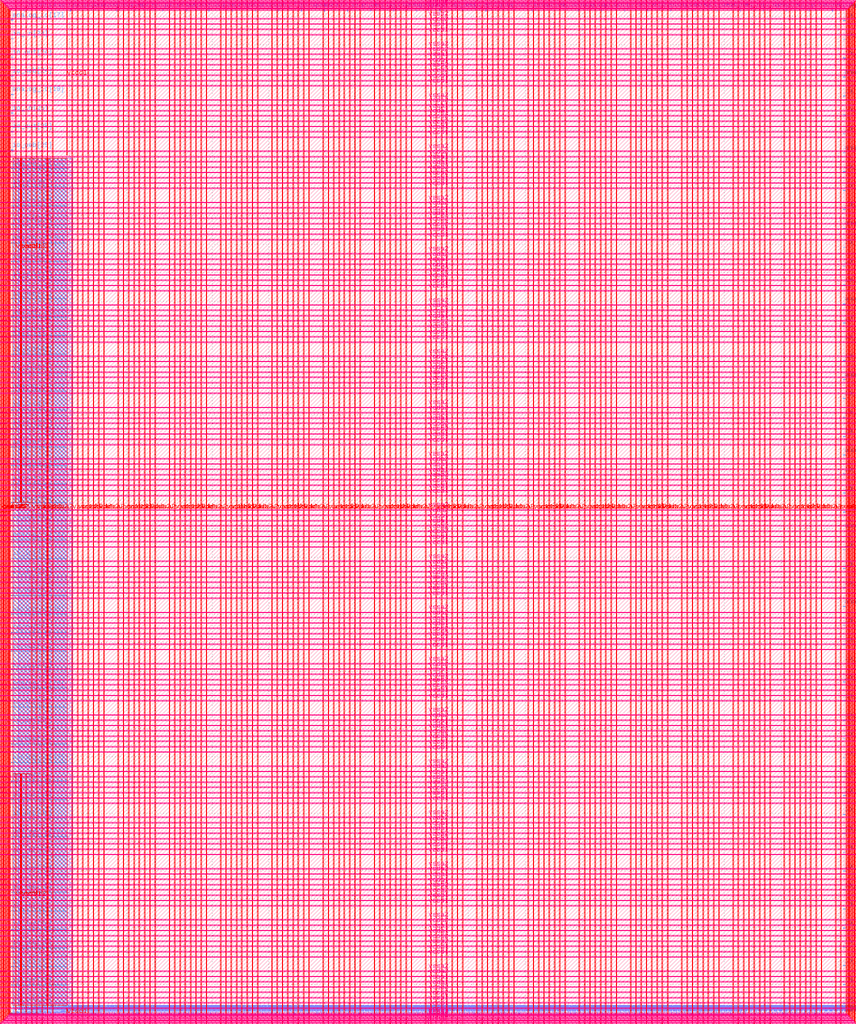
<source format=lef>
VERSION 5.7 ;
  NOWIREEXTENSIONATPIN ON ;
  DIVIDERCHAR "/" ;
  BUSBITCHARS "[]" ;
MACRO user_project_wrapper
  CLASS BLOCK ;
  FOREIGN user_project_wrapper ;
  ORIGIN 0.000 0.000 ;
  SIZE 2920.000 BY 3520.000 ;
  PIN analog_io[0]
    DIRECTION INOUT ;
    USE SIGNAL ;
    PORT
      LAYER met3 ;
        RECT 2917.600 1426.380 2924.800 1427.580 ;
    END
  END analog_io[0]
  PIN analog_io[10]
    DIRECTION INOUT ;
    USE SIGNAL ;
    PORT
      LAYER met2 ;
        RECT 2230.490 3517.600 2231.050 3524.800 ;
    END
  END analog_io[10]
  PIN analog_io[11]
    DIRECTION INOUT ;
    USE SIGNAL ;
    PORT
      LAYER met2 ;
        RECT 1905.730 3517.600 1906.290 3524.800 ;
    END
  END analog_io[11]
  PIN analog_io[12]
    DIRECTION INOUT ;
    USE SIGNAL ;
    PORT
      LAYER met2 ;
        RECT 1581.430 3517.600 1581.990 3524.800 ;
    END
  END analog_io[12]
  PIN analog_io[13]
    DIRECTION INOUT ;
    USE SIGNAL ;
    PORT
      LAYER met2 ;
        RECT 1257.130 3517.600 1257.690 3524.800 ;
    END
  END analog_io[13]
  PIN analog_io[14]
    DIRECTION INOUT ;
    USE SIGNAL ;
    PORT
      LAYER met2 ;
        RECT 932.370 3517.600 932.930 3524.800 ;
    END
  END analog_io[14]
  PIN analog_io[15]
    DIRECTION INOUT ;
    USE SIGNAL ;
    PORT
      LAYER met2 ;
        RECT 608.070 3517.600 608.630 3524.800 ;
    END
  END analog_io[15]
  PIN analog_io[16]
    DIRECTION INOUT ;
    USE SIGNAL ;
    PORT
      LAYER met2 ;
        RECT 283.770 3517.600 284.330 3524.800 ;
    END
  END analog_io[16]
  PIN analog_io[17]
    DIRECTION INOUT ;
    USE SIGNAL ;
    PORT
      LAYER met3 ;
        RECT -4.800 3486.100 2.400 3487.300 ;
    END
  END analog_io[17]
  PIN analog_io[18]
    DIRECTION INOUT ;
    USE SIGNAL ;
    PORT
      LAYER met3 ;
        RECT -4.800 3224.980 2.400 3226.180 ;
    END
  END analog_io[18]
  PIN analog_io[19]
    DIRECTION INOUT ;
    USE SIGNAL ;
    PORT
      LAYER met3 ;
        RECT -4.800 2964.540 2.400 2965.740 ;
    END
  END analog_io[19]
  PIN analog_io[1]
    DIRECTION INOUT ;
    USE SIGNAL ;
    PORT
      LAYER met3 ;
        RECT 2917.600 1692.260 2924.800 1693.460 ;
    END
  END analog_io[1]
  PIN analog_io[20]
    DIRECTION INOUT ;
    USE SIGNAL ;
    PORT
      LAYER met3 ;
        RECT -4.800 2703.420 2.400 2704.620 ;
    END
  END analog_io[20]
  PIN analog_io[21]
    DIRECTION INOUT ;
    USE SIGNAL ;
    PORT
      LAYER met3 ;
        RECT -4.800 2442.980 2.400 2444.180 ;
    END
  END analog_io[21]
  PIN analog_io[22]
    DIRECTION INOUT ;
    USE SIGNAL ;
    PORT
      LAYER met3 ;
        RECT -4.800 2182.540 2.400 2183.740 ;
    END
  END analog_io[22]
  PIN analog_io[23]
    DIRECTION INOUT ;
    USE SIGNAL ;
    PORT
      LAYER met3 ;
        RECT -4.800 1921.420 2.400 1922.620 ;
    END
  END analog_io[23]
  PIN analog_io[24]
    DIRECTION INOUT ;
    USE SIGNAL ;
    PORT
      LAYER met3 ;
        RECT -4.800 1660.980 2.400 1662.180 ;
    END
  END analog_io[24]
  PIN analog_io[25]
    DIRECTION INOUT ;
    USE SIGNAL ;
    PORT
      LAYER met3 ;
        RECT -4.800 1399.860 2.400 1401.060 ;
    END
  END analog_io[25]
  PIN analog_io[26]
    DIRECTION INOUT ;
    USE SIGNAL ;
    PORT
      LAYER met3 ;
        RECT -4.800 1139.420 2.400 1140.620 ;
    END
  END analog_io[26]
  PIN analog_io[27]
    DIRECTION INOUT ;
    USE SIGNAL ;
    PORT
      LAYER met3 ;
        RECT -4.800 878.980 2.400 880.180 ;
    END
  END analog_io[27]
  PIN analog_io[28]
    DIRECTION INOUT ;
    USE SIGNAL ;
    PORT
      LAYER met3 ;
        RECT -4.800 617.860 2.400 619.060 ;
    END
  END analog_io[28]
  PIN analog_io[2]
    DIRECTION INOUT ;
    USE SIGNAL ;
    PORT
      LAYER met3 ;
        RECT 2917.600 1958.140 2924.800 1959.340 ;
    END
  END analog_io[2]
  PIN analog_io[3]
    DIRECTION INOUT ;
    USE SIGNAL ;
    PORT
      LAYER met3 ;
        RECT 2917.600 2223.340 2924.800 2224.540 ;
    END
  END analog_io[3]
  PIN analog_io[4]
    DIRECTION INOUT ;
    USE SIGNAL ;
    PORT
      LAYER met3 ;
        RECT 2917.600 2489.220 2924.800 2490.420 ;
    END
  END analog_io[4]
  PIN analog_io[5]
    DIRECTION INOUT ;
    USE SIGNAL ;
    PORT
      LAYER met3 ;
        RECT 2917.600 2755.100 2924.800 2756.300 ;
    END
  END analog_io[5]
  PIN analog_io[6]
    DIRECTION INOUT ;
    USE SIGNAL ;
    PORT
      LAYER met3 ;
        RECT 2917.600 3020.300 2924.800 3021.500 ;
    END
  END analog_io[6]
  PIN analog_io[7]
    DIRECTION INOUT ;
    USE SIGNAL ;
    PORT
      LAYER met3 ;
        RECT 2917.600 3286.180 2924.800 3287.380 ;
    END
  END analog_io[7]
  PIN analog_io[8]
    DIRECTION INOUT ;
    USE SIGNAL ;
    PORT
      LAYER met2 ;
        RECT 2879.090 3517.600 2879.650 3524.800 ;
    END
  END analog_io[8]
  PIN analog_io[9]
    DIRECTION INOUT ;
    USE SIGNAL ;
    PORT
      LAYER met2 ;
        RECT 2554.790 3517.600 2555.350 3524.800 ;
    END
  END analog_io[9]
  PIN io_in[0]
    DIRECTION INPUT ;
    USE SIGNAL ;
    PORT
      LAYER met3 ;
        RECT 2917.600 32.380 2924.800 33.580 ;
    END
  END io_in[0]
  PIN io_in[10]
    DIRECTION INPUT ;
    USE SIGNAL ;
    PORT
      LAYER met3 ;
        RECT 2917.600 2289.980 2924.800 2291.180 ;
    END
  END io_in[10]
  PIN io_in[11]
    DIRECTION INPUT ;
    USE SIGNAL ;
    PORT
      LAYER met3 ;
        RECT 2917.600 2555.860 2924.800 2557.060 ;
    END
  END io_in[11]
  PIN io_in[12]
    DIRECTION INPUT ;
    USE SIGNAL ;
    PORT
      LAYER met3 ;
        RECT 2917.600 2821.060 2924.800 2822.260 ;
    END
  END io_in[12]
  PIN io_in[13]
    DIRECTION INPUT ;
    USE SIGNAL ;
    PORT
      LAYER met3 ;
        RECT 2917.600 3086.940 2924.800 3088.140 ;
    END
  END io_in[13]
  PIN io_in[14]
    DIRECTION INPUT ;
    USE SIGNAL ;
    PORT
      LAYER met3 ;
        RECT 2917.600 3352.820 2924.800 3354.020 ;
    END
  END io_in[14]
  PIN io_in[15]
    DIRECTION INPUT ;
    USE SIGNAL ;
    PORT
      LAYER met2 ;
        RECT 2798.130 3517.600 2798.690 3524.800 ;
    END
  END io_in[15]
  PIN io_in[16]
    DIRECTION INPUT ;
    USE SIGNAL ;
    PORT
      LAYER met2 ;
        RECT 2473.830 3517.600 2474.390 3524.800 ;
    END
  END io_in[16]
  PIN io_in[17]
    DIRECTION INPUT ;
    USE SIGNAL ;
    PORT
      LAYER met2 ;
        RECT 2149.070 3517.600 2149.630 3524.800 ;
    END
  END io_in[17]
  PIN io_in[18]
    DIRECTION INPUT ;
    USE SIGNAL ;
    PORT
      LAYER met2 ;
        RECT 1824.770 3517.600 1825.330 3524.800 ;
    END
  END io_in[18]
  PIN io_in[19]
    DIRECTION INPUT ;
    USE SIGNAL ;
    PORT
      LAYER met2 ;
        RECT 1500.470 3517.600 1501.030 3524.800 ;
    END
  END io_in[19]
  PIN io_in[1]
    DIRECTION INPUT ;
    USE SIGNAL ;
    PORT
      LAYER met3 ;
        RECT 2917.600 230.940 2924.800 232.140 ;
    END
  END io_in[1]
  PIN io_in[20]
    DIRECTION INPUT ;
    USE SIGNAL ;
    PORT
      LAYER met2 ;
        RECT 1175.710 3517.600 1176.270 3524.800 ;
    END
  END io_in[20]
  PIN io_in[21]
    DIRECTION INPUT ;
    USE SIGNAL ;
    PORT
      LAYER met2 ;
        RECT 851.410 3517.600 851.970 3524.800 ;
    END
  END io_in[21]
  PIN io_in[22]
    DIRECTION INPUT ;
    USE SIGNAL ;
    PORT
      LAYER met2 ;
        RECT 527.110 3517.600 527.670 3524.800 ;
    END
  END io_in[22]
  PIN io_in[23]
    DIRECTION INPUT ;
    USE SIGNAL ;
    PORT
      LAYER met2 ;
        RECT 202.350 3517.600 202.910 3524.800 ;
    END
  END io_in[23]
  PIN io_in[24]
    DIRECTION INPUT ;
    USE SIGNAL ;
    PORT
      LAYER met3 ;
        RECT -4.800 3420.820 2.400 3422.020 ;
    END
  END io_in[24]
  PIN io_in[25]
    DIRECTION INPUT ;
    USE SIGNAL ;
    PORT
      LAYER met3 ;
        RECT -4.800 3159.700 2.400 3160.900 ;
    END
  END io_in[25]
  PIN io_in[26]
    DIRECTION INPUT ;
    USE SIGNAL ;
    PORT
      LAYER met3 ;
        RECT -4.800 2899.260 2.400 2900.460 ;
    END
  END io_in[26]
  PIN io_in[27]
    DIRECTION INPUT ;
    USE SIGNAL ;
    PORT
      LAYER met3 ;
        RECT -4.800 2638.820 2.400 2640.020 ;
    END
  END io_in[27]
  PIN io_in[28]
    DIRECTION INPUT ;
    USE SIGNAL ;
    PORT
      LAYER met3 ;
        RECT -4.800 2377.700 2.400 2378.900 ;
    END
  END io_in[28]
  PIN io_in[29]
    DIRECTION INPUT ;
    USE SIGNAL ;
    PORT
      LAYER met3 ;
        RECT -4.800 2117.260 2.400 2118.460 ;
    END
  END io_in[29]
  PIN io_in[2]
    DIRECTION INPUT ;
    USE SIGNAL ;
    PORT
      LAYER met3 ;
        RECT 2917.600 430.180 2924.800 431.380 ;
    END
  END io_in[2]
  PIN io_in[30]
    DIRECTION INPUT ;
    USE SIGNAL ;
    PORT
      LAYER met3 ;
        RECT -4.800 1856.140 2.400 1857.340 ;
    END
  END io_in[30]
  PIN io_in[31]
    DIRECTION INPUT ;
    USE SIGNAL ;
    PORT
      LAYER met3 ;
        RECT -4.800 1595.700 2.400 1596.900 ;
    END
  END io_in[31]
  PIN io_in[32]
    DIRECTION INPUT ;
    USE SIGNAL ;
    PORT
      LAYER met3 ;
        RECT -4.800 1335.260 2.400 1336.460 ;
    END
  END io_in[32]
  PIN io_in[33]
    DIRECTION INPUT ;
    USE SIGNAL ;
    PORT
      LAYER met3 ;
        RECT -4.800 1074.140 2.400 1075.340 ;
    END
  END io_in[33]
  PIN io_in[34]
    DIRECTION INPUT ;
    USE SIGNAL ;
    PORT
      LAYER met3 ;
        RECT -4.800 813.700 2.400 814.900 ;
    END
  END io_in[34]
  PIN io_in[35]
    DIRECTION INPUT ;
    USE SIGNAL ;
    PORT
      LAYER met3 ;
        RECT -4.800 552.580 2.400 553.780 ;
    END
  END io_in[35]
  PIN io_in[36]
    DIRECTION INPUT ;
    USE SIGNAL ;
    PORT
      LAYER met3 ;
        RECT -4.800 357.420 2.400 358.620 ;
    END
  END io_in[36]
  PIN io_in[37]
    DIRECTION INPUT ;
    USE SIGNAL ;
    PORT
      LAYER met3 ;
        RECT -4.800 161.580 2.400 162.780 ;
    END
  END io_in[37]
  PIN io_in[3]
    DIRECTION INPUT ;
    USE SIGNAL ;
    PORT
      LAYER met3 ;
        RECT 2917.600 629.420 2924.800 630.620 ;
    END
  END io_in[3]
  PIN io_in[4]
    DIRECTION INPUT ;
    USE SIGNAL ;
    PORT
      LAYER met3 ;
        RECT 2917.600 828.660 2924.800 829.860 ;
    END
  END io_in[4]
  PIN io_in[5]
    DIRECTION INPUT ;
    USE SIGNAL ;
    PORT
      LAYER met3 ;
        RECT 2917.600 1027.900 2924.800 1029.100 ;
    END
  END io_in[5]
  PIN io_in[6]
    DIRECTION INPUT ;
    USE SIGNAL ;
    PORT
      LAYER met3 ;
        RECT 2917.600 1227.140 2924.800 1228.340 ;
    END
  END io_in[6]
  PIN io_in[7]
    DIRECTION INPUT ;
    USE SIGNAL ;
    PORT
      LAYER met3 ;
        RECT 2917.600 1493.020 2924.800 1494.220 ;
    END
  END io_in[7]
  PIN io_in[8]
    DIRECTION INPUT ;
    USE SIGNAL ;
    PORT
      LAYER met3 ;
        RECT 2917.600 1758.900 2924.800 1760.100 ;
    END
  END io_in[8]
  PIN io_in[9]
    DIRECTION INPUT ;
    USE SIGNAL ;
    PORT
      LAYER met3 ;
        RECT 2917.600 2024.100 2924.800 2025.300 ;
    END
  END io_in[9]
  PIN io_oeb[0]
    DIRECTION OUTPUT TRISTATE ;
    USE SIGNAL ;
    PORT
      LAYER met3 ;
        RECT 2917.600 164.980 2924.800 166.180 ;
    END
  END io_oeb[0]
  PIN io_oeb[10]
    DIRECTION OUTPUT TRISTATE ;
    USE SIGNAL ;
    PORT
      LAYER met3 ;
        RECT 2917.600 2422.580 2924.800 2423.780 ;
    END
  END io_oeb[10]
  PIN io_oeb[11]
    DIRECTION OUTPUT TRISTATE ;
    USE SIGNAL ;
    PORT
      LAYER met3 ;
        RECT 2917.600 2688.460 2924.800 2689.660 ;
    END
  END io_oeb[11]
  PIN io_oeb[12]
    DIRECTION OUTPUT TRISTATE ;
    USE SIGNAL ;
    PORT
      LAYER met3 ;
        RECT 2917.600 2954.340 2924.800 2955.540 ;
    END
  END io_oeb[12]
  PIN io_oeb[13]
    DIRECTION OUTPUT TRISTATE ;
    USE SIGNAL ;
    PORT
      LAYER met3 ;
        RECT 2917.600 3219.540 2924.800 3220.740 ;
    END
  END io_oeb[13]
  PIN io_oeb[14]
    DIRECTION OUTPUT TRISTATE ;
    USE SIGNAL ;
    PORT
      LAYER met3 ;
        RECT 2917.600 3485.420 2924.800 3486.620 ;
    END
  END io_oeb[14]
  PIN io_oeb[15]
    DIRECTION OUTPUT TRISTATE ;
    USE SIGNAL ;
    PORT
      LAYER met2 ;
        RECT 2635.750 3517.600 2636.310 3524.800 ;
    END
  END io_oeb[15]
  PIN io_oeb[16]
    DIRECTION OUTPUT TRISTATE ;
    USE SIGNAL ;
    PORT
      LAYER met2 ;
        RECT 2311.450 3517.600 2312.010 3524.800 ;
    END
  END io_oeb[16]
  PIN io_oeb[17]
    DIRECTION OUTPUT TRISTATE ;
    USE SIGNAL ;
    PORT
      LAYER met2 ;
        RECT 1987.150 3517.600 1987.710 3524.800 ;
    END
  END io_oeb[17]
  PIN io_oeb[18]
    DIRECTION OUTPUT TRISTATE ;
    USE SIGNAL ;
    PORT
      LAYER met2 ;
        RECT 1662.390 3517.600 1662.950 3524.800 ;
    END
  END io_oeb[18]
  PIN io_oeb[19]
    DIRECTION OUTPUT TRISTATE ;
    USE SIGNAL ;
    PORT
      LAYER met2 ;
        RECT 1338.090 3517.600 1338.650 3524.800 ;
    END
  END io_oeb[19]
  PIN io_oeb[1]
    DIRECTION OUTPUT TRISTATE ;
    USE SIGNAL ;
    PORT
      LAYER met3 ;
        RECT 2917.600 364.220 2924.800 365.420 ;
    END
  END io_oeb[1]
  PIN io_oeb[20]
    DIRECTION OUTPUT TRISTATE ;
    USE SIGNAL ;
    PORT
      LAYER met2 ;
        RECT 1013.790 3517.600 1014.350 3524.800 ;
    END
  END io_oeb[20]
  PIN io_oeb[21]
    DIRECTION OUTPUT TRISTATE ;
    USE SIGNAL ;
    PORT
      LAYER met2 ;
        RECT 689.030 3517.600 689.590 3524.800 ;
    END
  END io_oeb[21]
  PIN io_oeb[22]
    DIRECTION OUTPUT TRISTATE ;
    USE SIGNAL ;
    PORT
      LAYER met2 ;
        RECT 364.730 3517.600 365.290 3524.800 ;
    END
  END io_oeb[22]
  PIN io_oeb[23]
    DIRECTION OUTPUT TRISTATE ;
    USE SIGNAL ;
    PORT
      LAYER met2 ;
        RECT 40.430 3517.600 40.990 3524.800 ;
    END
  END io_oeb[23]
  PIN io_oeb[24]
    DIRECTION OUTPUT TRISTATE ;
    USE SIGNAL ;
    PORT
      LAYER met3 ;
        RECT -4.800 3290.260 2.400 3291.460 ;
    END
  END io_oeb[24]
  PIN io_oeb[25]
    DIRECTION OUTPUT TRISTATE ;
    USE SIGNAL ;
    PORT
      LAYER met3 ;
        RECT -4.800 3029.820 2.400 3031.020 ;
    END
  END io_oeb[25]
  PIN io_oeb[26]
    DIRECTION OUTPUT TRISTATE ;
    USE SIGNAL ;
    PORT
      LAYER met3 ;
        RECT -4.800 2768.700 2.400 2769.900 ;
    END
  END io_oeb[26]
  PIN io_oeb[27]
    DIRECTION OUTPUT TRISTATE ;
    USE SIGNAL ;
    PORT
      LAYER met3 ;
        RECT -4.800 2508.260 2.400 2509.460 ;
    END
  END io_oeb[27]
  PIN io_oeb[28]
    DIRECTION OUTPUT TRISTATE ;
    USE SIGNAL ;
    PORT
      LAYER met3 ;
        RECT -4.800 2247.140 2.400 2248.340 ;
    END
  END io_oeb[28]
  PIN io_oeb[29]
    DIRECTION OUTPUT TRISTATE ;
    USE SIGNAL ;
    PORT
      LAYER met3 ;
        RECT -4.800 1986.700 2.400 1987.900 ;
    END
  END io_oeb[29]
  PIN io_oeb[2]
    DIRECTION OUTPUT TRISTATE ;
    USE SIGNAL ;
    PORT
      LAYER met3 ;
        RECT 2917.600 563.460 2924.800 564.660 ;
    END
  END io_oeb[2]
  PIN io_oeb[30]
    DIRECTION OUTPUT TRISTATE ;
    USE SIGNAL ;
    PORT
      LAYER met3 ;
        RECT -4.800 1726.260 2.400 1727.460 ;
    END
  END io_oeb[30]
  PIN io_oeb[31]
    DIRECTION OUTPUT TRISTATE ;
    USE SIGNAL ;
    PORT
      LAYER met3 ;
        RECT -4.800 1465.140 2.400 1466.340 ;
    END
  END io_oeb[31]
  PIN io_oeb[32]
    DIRECTION OUTPUT TRISTATE ;
    USE SIGNAL ;
    PORT
      LAYER met3 ;
        RECT -4.800 1204.700 2.400 1205.900 ;
    END
  END io_oeb[32]
  PIN io_oeb[33]
    DIRECTION OUTPUT TRISTATE ;
    USE SIGNAL ;
    PORT
      LAYER met3 ;
        RECT -4.800 943.580 2.400 944.780 ;
    END
  END io_oeb[33]
  PIN io_oeb[34]
    DIRECTION OUTPUT TRISTATE ;
    USE SIGNAL ;
    PORT
      LAYER met3 ;
        RECT -4.800 683.140 2.400 684.340 ;
    END
  END io_oeb[34]
  PIN io_oeb[35]
    DIRECTION OUTPUT TRISTATE ;
    USE SIGNAL ;
    PORT
      LAYER met3 ;
        RECT -4.800 422.700 2.400 423.900 ;
    END
  END io_oeb[35]
  PIN io_oeb[36]
    DIRECTION OUTPUT TRISTATE ;
    USE SIGNAL ;
    PORT
      LAYER met3 ;
        RECT -4.800 226.860 2.400 228.060 ;
    END
  END io_oeb[36]
  PIN io_oeb[37]
    DIRECTION OUTPUT TRISTATE ;
    USE SIGNAL ;
    PORT
      LAYER met3 ;
        RECT -4.800 31.700 2.400 32.900 ;
    END
  END io_oeb[37]
  PIN io_oeb[3]
    DIRECTION OUTPUT TRISTATE ;
    USE SIGNAL ;
    PORT
      LAYER met3 ;
        RECT 2917.600 762.700 2924.800 763.900 ;
    END
  END io_oeb[3]
  PIN io_oeb[4]
    DIRECTION OUTPUT TRISTATE ;
    USE SIGNAL ;
    PORT
      LAYER met3 ;
        RECT 2917.600 961.940 2924.800 963.140 ;
    END
  END io_oeb[4]
  PIN io_oeb[5]
    DIRECTION OUTPUT TRISTATE ;
    USE SIGNAL ;
    PORT
      LAYER met3 ;
        RECT 2917.600 1161.180 2924.800 1162.380 ;
    END
  END io_oeb[5]
  PIN io_oeb[6]
    DIRECTION OUTPUT TRISTATE ;
    USE SIGNAL ;
    PORT
      LAYER met3 ;
        RECT 2917.600 1360.420 2924.800 1361.620 ;
    END
  END io_oeb[6]
  PIN io_oeb[7]
    DIRECTION OUTPUT TRISTATE ;
    USE SIGNAL ;
    PORT
      LAYER met3 ;
        RECT 2917.600 1625.620 2924.800 1626.820 ;
    END
  END io_oeb[7]
  PIN io_oeb[8]
    DIRECTION OUTPUT TRISTATE ;
    USE SIGNAL ;
    PORT
      LAYER met3 ;
        RECT 2917.600 1891.500 2924.800 1892.700 ;
    END
  END io_oeb[8]
  PIN io_oeb[9]
    DIRECTION OUTPUT TRISTATE ;
    USE SIGNAL ;
    PORT
      LAYER met3 ;
        RECT 2917.600 2157.380 2924.800 2158.580 ;
    END
  END io_oeb[9]
  PIN io_out[0]
    DIRECTION OUTPUT TRISTATE ;
    USE SIGNAL ;
    PORT
      LAYER met3 ;
        RECT 2917.600 98.340 2924.800 99.540 ;
    END
  END io_out[0]
  PIN io_out[10]
    DIRECTION OUTPUT TRISTATE ;
    USE SIGNAL ;
    PORT
      LAYER met3 ;
        RECT 2917.600 2356.620 2924.800 2357.820 ;
    END
  END io_out[10]
  PIN io_out[11]
    DIRECTION OUTPUT TRISTATE ;
    USE SIGNAL ;
    PORT
      LAYER met3 ;
        RECT 2917.600 2621.820 2924.800 2623.020 ;
    END
  END io_out[11]
  PIN io_out[12]
    DIRECTION OUTPUT TRISTATE ;
    USE SIGNAL ;
    PORT
      LAYER met3 ;
        RECT 2917.600 2887.700 2924.800 2888.900 ;
    END
  END io_out[12]
  PIN io_out[13]
    DIRECTION OUTPUT TRISTATE ;
    USE SIGNAL ;
    PORT
      LAYER met3 ;
        RECT 2917.600 3153.580 2924.800 3154.780 ;
    END
  END io_out[13]
  PIN io_out[14]
    DIRECTION OUTPUT TRISTATE ;
    USE SIGNAL ;
    PORT
      LAYER met3 ;
        RECT 2917.600 3418.780 2924.800 3419.980 ;
    END
  END io_out[14]
  PIN io_out[15]
    DIRECTION OUTPUT TRISTATE ;
    USE SIGNAL ;
    PORT
      LAYER met2 ;
        RECT 2717.170 3517.600 2717.730 3524.800 ;
    END
  END io_out[15]
  PIN io_out[16]
    DIRECTION OUTPUT TRISTATE ;
    USE SIGNAL ;
    PORT
      LAYER met2 ;
        RECT 2392.410 3517.600 2392.970 3524.800 ;
    END
  END io_out[16]
  PIN io_out[17]
    DIRECTION OUTPUT TRISTATE ;
    USE SIGNAL ;
    PORT
      LAYER met2 ;
        RECT 2068.110 3517.600 2068.670 3524.800 ;
    END
  END io_out[17]
  PIN io_out[18]
    DIRECTION OUTPUT TRISTATE ;
    USE SIGNAL ;
    PORT
      LAYER met2 ;
        RECT 1743.810 3517.600 1744.370 3524.800 ;
    END
  END io_out[18]
  PIN io_out[19]
    DIRECTION OUTPUT TRISTATE ;
    USE SIGNAL ;
    PORT
      LAYER met2 ;
        RECT 1419.050 3517.600 1419.610 3524.800 ;
    END
  END io_out[19]
  PIN io_out[1]
    DIRECTION OUTPUT TRISTATE ;
    USE SIGNAL ;
    PORT
      LAYER met3 ;
        RECT 2917.600 297.580 2924.800 298.780 ;
    END
  END io_out[1]
  PIN io_out[20]
    DIRECTION OUTPUT TRISTATE ;
    USE SIGNAL ;
    PORT
      LAYER met2 ;
        RECT 1094.750 3517.600 1095.310 3524.800 ;
    END
  END io_out[20]
  PIN io_out[21]
    DIRECTION OUTPUT TRISTATE ;
    USE SIGNAL ;
    PORT
      LAYER met2 ;
        RECT 770.450 3517.600 771.010 3524.800 ;
    END
  END io_out[21]
  PIN io_out[22]
    DIRECTION OUTPUT TRISTATE ;
    USE SIGNAL ;
    PORT
      LAYER met2 ;
        RECT 445.690 3517.600 446.250 3524.800 ;
    END
  END io_out[22]
  PIN io_out[23]
    DIRECTION OUTPUT TRISTATE ;
    USE SIGNAL ;
    PORT
      LAYER met2 ;
        RECT 121.390 3517.600 121.950 3524.800 ;
    END
  END io_out[23]
  PIN io_out[24]
    DIRECTION OUTPUT TRISTATE ;
    USE SIGNAL ;
    PORT
      LAYER met3 ;
        RECT -4.800 3355.540 2.400 3356.740 ;
    END
  END io_out[24]
  PIN io_out[25]
    DIRECTION OUTPUT TRISTATE ;
    USE SIGNAL ;
    PORT
      LAYER met3 ;
        RECT -4.800 3095.100 2.400 3096.300 ;
    END
  END io_out[25]
  PIN io_out[26]
    DIRECTION OUTPUT TRISTATE ;
    USE SIGNAL ;
    PORT
      LAYER met3 ;
        RECT -4.800 2833.980 2.400 2835.180 ;
    END
  END io_out[26]
  PIN io_out[27]
    DIRECTION OUTPUT TRISTATE ;
    USE SIGNAL ;
    PORT
      LAYER met3 ;
        RECT -4.800 2573.540 2.400 2574.740 ;
    END
  END io_out[27]
  PIN io_out[28]
    DIRECTION OUTPUT TRISTATE ;
    USE SIGNAL ;
    PORT
      LAYER met3 ;
        RECT -4.800 2312.420 2.400 2313.620 ;
    END
  END io_out[28]
  PIN io_out[29]
    DIRECTION OUTPUT TRISTATE ;
    USE SIGNAL ;
    PORT
      LAYER met3 ;
        RECT -4.800 2051.980 2.400 2053.180 ;
    END
  END io_out[29]
  PIN io_out[2]
    DIRECTION OUTPUT TRISTATE ;
    USE SIGNAL ;
    PORT
      LAYER met3 ;
        RECT 2917.600 496.820 2924.800 498.020 ;
    END
  END io_out[2]
  PIN io_out[30]
    DIRECTION OUTPUT TRISTATE ;
    USE SIGNAL ;
    PORT
      LAYER met3 ;
        RECT -4.800 1791.540 2.400 1792.740 ;
    END
  END io_out[30]
  PIN io_out[31]
    DIRECTION OUTPUT TRISTATE ;
    USE SIGNAL ;
    PORT
      LAYER met3 ;
        RECT -4.800 1530.420 2.400 1531.620 ;
    END
  END io_out[31]
  PIN io_out[32]
    DIRECTION OUTPUT TRISTATE ;
    USE SIGNAL ;
    PORT
      LAYER met3 ;
        RECT -4.800 1269.980 2.400 1271.180 ;
    END
  END io_out[32]
  PIN io_out[33]
    DIRECTION OUTPUT TRISTATE ;
    USE SIGNAL ;
    PORT
      LAYER met3 ;
        RECT -4.800 1008.860 2.400 1010.060 ;
    END
  END io_out[33]
  PIN io_out[34]
    DIRECTION OUTPUT TRISTATE ;
    USE SIGNAL ;
    PORT
      LAYER met3 ;
        RECT -4.800 748.420 2.400 749.620 ;
    END
  END io_out[34]
  PIN io_out[35]
    DIRECTION OUTPUT TRISTATE ;
    USE SIGNAL ;
    PORT
      LAYER met3 ;
        RECT -4.800 487.300 2.400 488.500 ;
    END
  END io_out[35]
  PIN io_out[36]
    DIRECTION OUTPUT TRISTATE ;
    USE SIGNAL ;
    PORT
      LAYER met3 ;
        RECT -4.800 292.140 2.400 293.340 ;
    END
  END io_out[36]
  PIN io_out[37]
    DIRECTION OUTPUT TRISTATE ;
    USE SIGNAL ;
    PORT
      LAYER met3 ;
        RECT -4.800 96.300 2.400 97.500 ;
    END
  END io_out[37]
  PIN io_out[3]
    DIRECTION OUTPUT TRISTATE ;
    USE SIGNAL ;
    PORT
      LAYER met3 ;
        RECT 2917.600 696.060 2924.800 697.260 ;
    END
  END io_out[3]
  PIN io_out[4]
    DIRECTION OUTPUT TRISTATE ;
    USE SIGNAL ;
    PORT
      LAYER met3 ;
        RECT 2917.600 895.300 2924.800 896.500 ;
    END
  END io_out[4]
  PIN io_out[5]
    DIRECTION OUTPUT TRISTATE ;
    USE SIGNAL ;
    PORT
      LAYER met3 ;
        RECT 2917.600 1094.540 2924.800 1095.740 ;
    END
  END io_out[5]
  PIN io_out[6]
    DIRECTION OUTPUT TRISTATE ;
    USE SIGNAL ;
    PORT
      LAYER met3 ;
        RECT 2917.600 1293.780 2924.800 1294.980 ;
    END
  END io_out[6]
  PIN io_out[7]
    DIRECTION OUTPUT TRISTATE ;
    USE SIGNAL ;
    PORT
      LAYER met3 ;
        RECT 2917.600 1559.660 2924.800 1560.860 ;
    END
  END io_out[7]
  PIN io_out[8]
    DIRECTION OUTPUT TRISTATE ;
    USE SIGNAL ;
    PORT
      LAYER met3 ;
        RECT 2917.600 1824.860 2924.800 1826.060 ;
    END
  END io_out[8]
  PIN io_out[9]
    DIRECTION OUTPUT TRISTATE ;
    USE SIGNAL ;
    PORT
      LAYER met3 ;
        RECT 2917.600 2090.740 2924.800 2091.940 ;
    END
  END io_out[9]
  PIN la_data_in[0]
    DIRECTION INPUT ;
    USE SIGNAL ;
    PORT
      LAYER met2 ;
        RECT 629.230 -4.800 629.790 2.400 ;
    END
  END la_data_in[0]
  PIN la_data_in[100]
    DIRECTION INPUT ;
    USE SIGNAL ;
    PORT
      LAYER met2 ;
        RECT 2402.530 -4.800 2403.090 2.400 ;
    END
  END la_data_in[100]
  PIN la_data_in[101]
    DIRECTION INPUT ;
    USE SIGNAL ;
    PORT
      LAYER met2 ;
        RECT 2420.010 -4.800 2420.570 2.400 ;
    END
  END la_data_in[101]
  PIN la_data_in[102]
    DIRECTION INPUT ;
    USE SIGNAL ;
    PORT
      LAYER met2 ;
        RECT 2437.950 -4.800 2438.510 2.400 ;
    END
  END la_data_in[102]
  PIN la_data_in[103]
    DIRECTION INPUT ;
    USE SIGNAL ;
    PORT
      LAYER met2 ;
        RECT 2455.430 -4.800 2455.990 2.400 ;
    END
  END la_data_in[103]
  PIN la_data_in[104]
    DIRECTION INPUT ;
    USE SIGNAL ;
    PORT
      LAYER met2 ;
        RECT 2473.370 -4.800 2473.930 2.400 ;
    END
  END la_data_in[104]
  PIN la_data_in[105]
    DIRECTION INPUT ;
    USE SIGNAL ;
    PORT
      LAYER met2 ;
        RECT 2490.850 -4.800 2491.410 2.400 ;
    END
  END la_data_in[105]
  PIN la_data_in[106]
    DIRECTION INPUT ;
    USE SIGNAL ;
    PORT
      LAYER met2 ;
        RECT 2508.790 -4.800 2509.350 2.400 ;
    END
  END la_data_in[106]
  PIN la_data_in[107]
    DIRECTION INPUT ;
    USE SIGNAL ;
    PORT
      LAYER met2 ;
        RECT 2526.730 -4.800 2527.290 2.400 ;
    END
  END la_data_in[107]
  PIN la_data_in[108]
    DIRECTION INPUT ;
    USE SIGNAL ;
    PORT
      LAYER met2 ;
        RECT 2544.210 -4.800 2544.770 2.400 ;
    END
  END la_data_in[108]
  PIN la_data_in[109]
    DIRECTION INPUT ;
    USE SIGNAL ;
    PORT
      LAYER met2 ;
        RECT 2562.150 -4.800 2562.710 2.400 ;
    END
  END la_data_in[109]
  PIN la_data_in[10]
    DIRECTION INPUT ;
    USE SIGNAL ;
    PORT
      LAYER met2 ;
        RECT 806.330 -4.800 806.890 2.400 ;
    END
  END la_data_in[10]
  PIN la_data_in[110]
    DIRECTION INPUT ;
    USE SIGNAL ;
    PORT
      LAYER met2 ;
        RECT 2579.630 -4.800 2580.190 2.400 ;
    END
  END la_data_in[110]
  PIN la_data_in[111]
    DIRECTION INPUT ;
    USE SIGNAL ;
    PORT
      LAYER met2 ;
        RECT 2597.570 -4.800 2598.130 2.400 ;
    END
  END la_data_in[111]
  PIN la_data_in[112]
    DIRECTION INPUT ;
    USE SIGNAL ;
    PORT
      LAYER met2 ;
        RECT 2615.050 -4.800 2615.610 2.400 ;
    END
  END la_data_in[112]
  PIN la_data_in[113]
    DIRECTION INPUT ;
    USE SIGNAL ;
    PORT
      LAYER met2 ;
        RECT 2632.990 -4.800 2633.550 2.400 ;
    END
  END la_data_in[113]
  PIN la_data_in[114]
    DIRECTION INPUT ;
    USE SIGNAL ;
    PORT
      LAYER met2 ;
        RECT 2650.470 -4.800 2651.030 2.400 ;
    END
  END la_data_in[114]
  PIN la_data_in[115]
    DIRECTION INPUT ;
    USE SIGNAL ;
    PORT
      LAYER met2 ;
        RECT 2668.410 -4.800 2668.970 2.400 ;
    END
  END la_data_in[115]
  PIN la_data_in[116]
    DIRECTION INPUT ;
    USE SIGNAL ;
    PORT
      LAYER met2 ;
        RECT 2685.890 -4.800 2686.450 2.400 ;
    END
  END la_data_in[116]
  PIN la_data_in[117]
    DIRECTION INPUT ;
    USE SIGNAL ;
    PORT
      LAYER met2 ;
        RECT 2703.830 -4.800 2704.390 2.400 ;
    END
  END la_data_in[117]
  PIN la_data_in[118]
    DIRECTION INPUT ;
    USE SIGNAL ;
    PORT
      LAYER met2 ;
        RECT 2721.770 -4.800 2722.330 2.400 ;
    END
  END la_data_in[118]
  PIN la_data_in[119]
    DIRECTION INPUT ;
    USE SIGNAL ;
    PORT
      LAYER met2 ;
        RECT 2739.250 -4.800 2739.810 2.400 ;
    END
  END la_data_in[119]
  PIN la_data_in[11]
    DIRECTION INPUT ;
    USE SIGNAL ;
    PORT
      LAYER met2 ;
        RECT 824.270 -4.800 824.830 2.400 ;
    END
  END la_data_in[11]
  PIN la_data_in[120]
    DIRECTION INPUT ;
    USE SIGNAL ;
    PORT
      LAYER met2 ;
        RECT 2757.190 -4.800 2757.750 2.400 ;
    END
  END la_data_in[120]
  PIN la_data_in[121]
    DIRECTION INPUT ;
    USE SIGNAL ;
    PORT
      LAYER met2 ;
        RECT 2774.670 -4.800 2775.230 2.400 ;
    END
  END la_data_in[121]
  PIN la_data_in[122]
    DIRECTION INPUT ;
    USE SIGNAL ;
    PORT
      LAYER met2 ;
        RECT 2792.610 -4.800 2793.170 2.400 ;
    END
  END la_data_in[122]
  PIN la_data_in[123]
    DIRECTION INPUT ;
    USE SIGNAL ;
    PORT
      LAYER met2 ;
        RECT 2810.090 -4.800 2810.650 2.400 ;
    END
  END la_data_in[123]
  PIN la_data_in[124]
    DIRECTION INPUT ;
    USE SIGNAL ;
    PORT
      LAYER met2 ;
        RECT 2828.030 -4.800 2828.590 2.400 ;
    END
  END la_data_in[124]
  PIN la_data_in[125]
    DIRECTION INPUT ;
    USE SIGNAL ;
    PORT
      LAYER met2 ;
        RECT 2845.510 -4.800 2846.070 2.400 ;
    END
  END la_data_in[125]
  PIN la_data_in[126]
    DIRECTION INPUT ;
    USE SIGNAL ;
    PORT
      LAYER met2 ;
        RECT 2863.450 -4.800 2864.010 2.400 ;
    END
  END la_data_in[126]
  PIN la_data_in[127]
    DIRECTION INPUT ;
    USE SIGNAL ;
    PORT
      LAYER met2 ;
        RECT 2881.390 -4.800 2881.950 2.400 ;
    END
  END la_data_in[127]
  PIN la_data_in[12]
    DIRECTION INPUT ;
    USE SIGNAL ;
    PORT
      LAYER met2 ;
        RECT 841.750 -4.800 842.310 2.400 ;
    END
  END la_data_in[12]
  PIN la_data_in[13]
    DIRECTION INPUT ;
    USE SIGNAL ;
    PORT
      LAYER met2 ;
        RECT 859.690 -4.800 860.250 2.400 ;
    END
  END la_data_in[13]
  PIN la_data_in[14]
    DIRECTION INPUT ;
    USE SIGNAL ;
    PORT
      LAYER met2 ;
        RECT 877.170 -4.800 877.730 2.400 ;
    END
  END la_data_in[14]
  PIN la_data_in[15]
    DIRECTION INPUT ;
    USE SIGNAL ;
    PORT
      LAYER met2 ;
        RECT 895.110 -4.800 895.670 2.400 ;
    END
  END la_data_in[15]
  PIN la_data_in[16]
    DIRECTION INPUT ;
    USE SIGNAL ;
    PORT
      LAYER met2 ;
        RECT 912.590 -4.800 913.150 2.400 ;
    END
  END la_data_in[16]
  PIN la_data_in[17]
    DIRECTION INPUT ;
    USE SIGNAL ;
    PORT
      LAYER met2 ;
        RECT 930.530 -4.800 931.090 2.400 ;
    END
  END la_data_in[17]
  PIN la_data_in[18]
    DIRECTION INPUT ;
    USE SIGNAL ;
    PORT
      LAYER met2 ;
        RECT 948.470 -4.800 949.030 2.400 ;
    END
  END la_data_in[18]
  PIN la_data_in[19]
    DIRECTION INPUT ;
    USE SIGNAL ;
    PORT
      LAYER met2 ;
        RECT 965.950 -4.800 966.510 2.400 ;
    END
  END la_data_in[19]
  PIN la_data_in[1]
    DIRECTION INPUT ;
    USE SIGNAL ;
    PORT
      LAYER met2 ;
        RECT 646.710 -4.800 647.270 2.400 ;
    END
  END la_data_in[1]
  PIN la_data_in[20]
    DIRECTION INPUT ;
    USE SIGNAL ;
    PORT
      LAYER met2 ;
        RECT 983.890 -4.800 984.450 2.400 ;
    END
  END la_data_in[20]
  PIN la_data_in[21]
    DIRECTION INPUT ;
    USE SIGNAL ;
    PORT
      LAYER met2 ;
        RECT 1001.370 -4.800 1001.930 2.400 ;
    END
  END la_data_in[21]
  PIN la_data_in[22]
    DIRECTION INPUT ;
    USE SIGNAL ;
    PORT
      LAYER met2 ;
        RECT 1019.310 -4.800 1019.870 2.400 ;
    END
  END la_data_in[22]
  PIN la_data_in[23]
    DIRECTION INPUT ;
    USE SIGNAL ;
    PORT
      LAYER met2 ;
        RECT 1036.790 -4.800 1037.350 2.400 ;
    END
  END la_data_in[23]
  PIN la_data_in[24]
    DIRECTION INPUT ;
    USE SIGNAL ;
    PORT
      LAYER met2 ;
        RECT 1054.730 -4.800 1055.290 2.400 ;
    END
  END la_data_in[24]
  PIN la_data_in[25]
    DIRECTION INPUT ;
    USE SIGNAL ;
    PORT
      LAYER met2 ;
        RECT 1072.210 -4.800 1072.770 2.400 ;
    END
  END la_data_in[25]
  PIN la_data_in[26]
    DIRECTION INPUT ;
    USE SIGNAL ;
    PORT
      LAYER met2 ;
        RECT 1090.150 -4.800 1090.710 2.400 ;
    END
  END la_data_in[26]
  PIN la_data_in[27]
    DIRECTION INPUT ;
    USE SIGNAL ;
    PORT
      LAYER met2 ;
        RECT 1107.630 -4.800 1108.190 2.400 ;
    END
  END la_data_in[27]
  PIN la_data_in[28]
    DIRECTION INPUT ;
    USE SIGNAL ;
    PORT
      LAYER met2 ;
        RECT 1125.570 -4.800 1126.130 2.400 ;
    END
  END la_data_in[28]
  PIN la_data_in[29]
    DIRECTION INPUT ;
    USE SIGNAL ;
    PORT
      LAYER met2 ;
        RECT 1143.510 -4.800 1144.070 2.400 ;
    END
  END la_data_in[29]
  PIN la_data_in[2]
    DIRECTION INPUT ;
    USE SIGNAL ;
    PORT
      LAYER met2 ;
        RECT 664.650 -4.800 665.210 2.400 ;
    END
  END la_data_in[2]
  PIN la_data_in[30]
    DIRECTION INPUT ;
    USE SIGNAL ;
    PORT
      LAYER met2 ;
        RECT 1160.990 -4.800 1161.550 2.400 ;
    END
  END la_data_in[30]
  PIN la_data_in[31]
    DIRECTION INPUT ;
    USE SIGNAL ;
    PORT
      LAYER met2 ;
        RECT 1178.930 -4.800 1179.490 2.400 ;
    END
  END la_data_in[31]
  PIN la_data_in[32]
    DIRECTION INPUT ;
    USE SIGNAL ;
    PORT
      LAYER met2 ;
        RECT 1196.410 -4.800 1196.970 2.400 ;
    END
  END la_data_in[32]
  PIN la_data_in[33]
    DIRECTION INPUT ;
    USE SIGNAL ;
    PORT
      LAYER met2 ;
        RECT 1214.350 -4.800 1214.910 2.400 ;
    END
  END la_data_in[33]
  PIN la_data_in[34]
    DIRECTION INPUT ;
    USE SIGNAL ;
    PORT
      LAYER met2 ;
        RECT 1231.830 -4.800 1232.390 2.400 ;
    END
  END la_data_in[34]
  PIN la_data_in[35]
    DIRECTION INPUT ;
    USE SIGNAL ;
    PORT
      LAYER met2 ;
        RECT 1249.770 -4.800 1250.330 2.400 ;
    END
  END la_data_in[35]
  PIN la_data_in[36]
    DIRECTION INPUT ;
    USE SIGNAL ;
    PORT
      LAYER met2 ;
        RECT 1267.250 -4.800 1267.810 2.400 ;
    END
  END la_data_in[36]
  PIN la_data_in[37]
    DIRECTION INPUT ;
    USE SIGNAL ;
    PORT
      LAYER met2 ;
        RECT 1285.190 -4.800 1285.750 2.400 ;
    END
  END la_data_in[37]
  PIN la_data_in[38]
    DIRECTION INPUT ;
    USE SIGNAL ;
    PORT
      LAYER met2 ;
        RECT 1303.130 -4.800 1303.690 2.400 ;
    END
  END la_data_in[38]
  PIN la_data_in[39]
    DIRECTION INPUT ;
    USE SIGNAL ;
    PORT
      LAYER met2 ;
        RECT 1320.610 -4.800 1321.170 2.400 ;
    END
  END la_data_in[39]
  PIN la_data_in[3]
    DIRECTION INPUT ;
    USE SIGNAL ;
    PORT
      LAYER met2 ;
        RECT 682.130 -4.800 682.690 2.400 ;
    END
  END la_data_in[3]
  PIN la_data_in[40]
    DIRECTION INPUT ;
    USE SIGNAL ;
    PORT
      LAYER met2 ;
        RECT 1338.550 -4.800 1339.110 2.400 ;
    END
  END la_data_in[40]
  PIN la_data_in[41]
    DIRECTION INPUT ;
    USE SIGNAL ;
    PORT
      LAYER met2 ;
        RECT 1356.030 -4.800 1356.590 2.400 ;
    END
  END la_data_in[41]
  PIN la_data_in[42]
    DIRECTION INPUT ;
    USE SIGNAL ;
    PORT
      LAYER met2 ;
        RECT 1373.970 -4.800 1374.530 2.400 ;
    END
  END la_data_in[42]
  PIN la_data_in[43]
    DIRECTION INPUT ;
    USE SIGNAL ;
    PORT
      LAYER met2 ;
        RECT 1391.450 -4.800 1392.010 2.400 ;
    END
  END la_data_in[43]
  PIN la_data_in[44]
    DIRECTION INPUT ;
    USE SIGNAL ;
    PORT
      LAYER met2 ;
        RECT 1409.390 -4.800 1409.950 2.400 ;
    END
  END la_data_in[44]
  PIN la_data_in[45]
    DIRECTION INPUT ;
    USE SIGNAL ;
    PORT
      LAYER met2 ;
        RECT 1426.870 -4.800 1427.430 2.400 ;
    END
  END la_data_in[45]
  PIN la_data_in[46]
    DIRECTION INPUT ;
    USE SIGNAL ;
    PORT
      LAYER met2 ;
        RECT 1444.810 -4.800 1445.370 2.400 ;
    END
  END la_data_in[46]
  PIN la_data_in[47]
    DIRECTION INPUT ;
    USE SIGNAL ;
    PORT
      LAYER met2 ;
        RECT 1462.750 -4.800 1463.310 2.400 ;
    END
  END la_data_in[47]
  PIN la_data_in[48]
    DIRECTION INPUT ;
    USE SIGNAL ;
    PORT
      LAYER met2 ;
        RECT 1480.230 -4.800 1480.790 2.400 ;
    END
  END la_data_in[48]
  PIN la_data_in[49]
    DIRECTION INPUT ;
    USE SIGNAL ;
    PORT
      LAYER met2 ;
        RECT 1498.170 -4.800 1498.730 2.400 ;
    END
  END la_data_in[49]
  PIN la_data_in[4]
    DIRECTION INPUT ;
    USE SIGNAL ;
    PORT
      LAYER met2 ;
        RECT 700.070 -4.800 700.630 2.400 ;
    END
  END la_data_in[4]
  PIN la_data_in[50]
    DIRECTION INPUT ;
    USE SIGNAL ;
    PORT
      LAYER met2 ;
        RECT 1515.650 -4.800 1516.210 2.400 ;
    END
  END la_data_in[50]
  PIN la_data_in[51]
    DIRECTION INPUT ;
    USE SIGNAL ;
    PORT
      LAYER met2 ;
        RECT 1533.590 -4.800 1534.150 2.400 ;
    END
  END la_data_in[51]
  PIN la_data_in[52]
    DIRECTION INPUT ;
    USE SIGNAL ;
    PORT
      LAYER met2 ;
        RECT 1551.070 -4.800 1551.630 2.400 ;
    END
  END la_data_in[52]
  PIN la_data_in[53]
    DIRECTION INPUT ;
    USE SIGNAL ;
    PORT
      LAYER met2 ;
        RECT 1569.010 -4.800 1569.570 2.400 ;
    END
  END la_data_in[53]
  PIN la_data_in[54]
    DIRECTION INPUT ;
    USE SIGNAL ;
    PORT
      LAYER met2 ;
        RECT 1586.490 -4.800 1587.050 2.400 ;
    END
  END la_data_in[54]
  PIN la_data_in[55]
    DIRECTION INPUT ;
    USE SIGNAL ;
    PORT
      LAYER met2 ;
        RECT 1604.430 -4.800 1604.990 2.400 ;
    END
  END la_data_in[55]
  PIN la_data_in[56]
    DIRECTION INPUT ;
    USE SIGNAL ;
    PORT
      LAYER met2 ;
        RECT 1621.910 -4.800 1622.470 2.400 ;
    END
  END la_data_in[56]
  PIN la_data_in[57]
    DIRECTION INPUT ;
    USE SIGNAL ;
    PORT
      LAYER met2 ;
        RECT 1639.850 -4.800 1640.410 2.400 ;
    END
  END la_data_in[57]
  PIN la_data_in[58]
    DIRECTION INPUT ;
    USE SIGNAL ;
    PORT
      LAYER met2 ;
        RECT 1657.790 -4.800 1658.350 2.400 ;
    END
  END la_data_in[58]
  PIN la_data_in[59]
    DIRECTION INPUT ;
    USE SIGNAL ;
    PORT
      LAYER met2 ;
        RECT 1675.270 -4.800 1675.830 2.400 ;
    END
  END la_data_in[59]
  PIN la_data_in[5]
    DIRECTION INPUT ;
    USE SIGNAL ;
    PORT
      LAYER met2 ;
        RECT 717.550 -4.800 718.110 2.400 ;
    END
  END la_data_in[5]
  PIN la_data_in[60]
    DIRECTION INPUT ;
    USE SIGNAL ;
    PORT
      LAYER met2 ;
        RECT 1693.210 -4.800 1693.770 2.400 ;
    END
  END la_data_in[60]
  PIN la_data_in[61]
    DIRECTION INPUT ;
    USE SIGNAL ;
    PORT
      LAYER met2 ;
        RECT 1710.690 -4.800 1711.250 2.400 ;
    END
  END la_data_in[61]
  PIN la_data_in[62]
    DIRECTION INPUT ;
    USE SIGNAL ;
    PORT
      LAYER met2 ;
        RECT 1728.630 -4.800 1729.190 2.400 ;
    END
  END la_data_in[62]
  PIN la_data_in[63]
    DIRECTION INPUT ;
    USE SIGNAL ;
    PORT
      LAYER met2 ;
        RECT 1746.110 -4.800 1746.670 2.400 ;
    END
  END la_data_in[63]
  PIN la_data_in[64]
    DIRECTION INPUT ;
    USE SIGNAL ;
    PORT
      LAYER met2 ;
        RECT 1764.050 -4.800 1764.610 2.400 ;
    END
  END la_data_in[64]
  PIN la_data_in[65]
    DIRECTION INPUT ;
    USE SIGNAL ;
    PORT
      LAYER met2 ;
        RECT 1781.530 -4.800 1782.090 2.400 ;
    END
  END la_data_in[65]
  PIN la_data_in[66]
    DIRECTION INPUT ;
    USE SIGNAL ;
    PORT
      LAYER met2 ;
        RECT 1799.470 -4.800 1800.030 2.400 ;
    END
  END la_data_in[66]
  PIN la_data_in[67]
    DIRECTION INPUT ;
    USE SIGNAL ;
    PORT
      LAYER met2 ;
        RECT 1817.410 -4.800 1817.970 2.400 ;
    END
  END la_data_in[67]
  PIN la_data_in[68]
    DIRECTION INPUT ;
    USE SIGNAL ;
    PORT
      LAYER met2 ;
        RECT 1834.890 -4.800 1835.450 2.400 ;
    END
  END la_data_in[68]
  PIN la_data_in[69]
    DIRECTION INPUT ;
    USE SIGNAL ;
    PORT
      LAYER met2 ;
        RECT 1852.830 -4.800 1853.390 2.400 ;
    END
  END la_data_in[69]
  PIN la_data_in[6]
    DIRECTION INPUT ;
    USE SIGNAL ;
    PORT
      LAYER met2 ;
        RECT 735.490 -4.800 736.050 2.400 ;
    END
  END la_data_in[6]
  PIN la_data_in[70]
    DIRECTION INPUT ;
    USE SIGNAL ;
    PORT
      LAYER met2 ;
        RECT 1870.310 -4.800 1870.870 2.400 ;
    END
  END la_data_in[70]
  PIN la_data_in[71]
    DIRECTION INPUT ;
    USE SIGNAL ;
    PORT
      LAYER met2 ;
        RECT 1888.250 -4.800 1888.810 2.400 ;
    END
  END la_data_in[71]
  PIN la_data_in[72]
    DIRECTION INPUT ;
    USE SIGNAL ;
    PORT
      LAYER met2 ;
        RECT 1905.730 -4.800 1906.290 2.400 ;
    END
  END la_data_in[72]
  PIN la_data_in[73]
    DIRECTION INPUT ;
    USE SIGNAL ;
    PORT
      LAYER met2 ;
        RECT 1923.670 -4.800 1924.230 2.400 ;
    END
  END la_data_in[73]
  PIN la_data_in[74]
    DIRECTION INPUT ;
    USE SIGNAL ;
    PORT
      LAYER met2 ;
        RECT 1941.150 -4.800 1941.710 2.400 ;
    END
  END la_data_in[74]
  PIN la_data_in[75]
    DIRECTION INPUT ;
    USE SIGNAL ;
    PORT
      LAYER met2 ;
        RECT 1959.090 -4.800 1959.650 2.400 ;
    END
  END la_data_in[75]
  PIN la_data_in[76]
    DIRECTION INPUT ;
    USE SIGNAL ;
    PORT
      LAYER met2 ;
        RECT 1976.570 -4.800 1977.130 2.400 ;
    END
  END la_data_in[76]
  PIN la_data_in[77]
    DIRECTION INPUT ;
    USE SIGNAL ;
    PORT
      LAYER met2 ;
        RECT 1994.510 -4.800 1995.070 2.400 ;
    END
  END la_data_in[77]
  PIN la_data_in[78]
    DIRECTION INPUT ;
    USE SIGNAL ;
    PORT
      LAYER met2 ;
        RECT 2012.450 -4.800 2013.010 2.400 ;
    END
  END la_data_in[78]
  PIN la_data_in[79]
    DIRECTION INPUT ;
    USE SIGNAL ;
    PORT
      LAYER met2 ;
        RECT 2029.930 -4.800 2030.490 2.400 ;
    END
  END la_data_in[79]
  PIN la_data_in[7]
    DIRECTION INPUT ;
    USE SIGNAL ;
    PORT
      LAYER met2 ;
        RECT 752.970 -4.800 753.530 2.400 ;
    END
  END la_data_in[7]
  PIN la_data_in[80]
    DIRECTION INPUT ;
    USE SIGNAL ;
    PORT
      LAYER met2 ;
        RECT 2047.870 -4.800 2048.430 2.400 ;
    END
  END la_data_in[80]
  PIN la_data_in[81]
    DIRECTION INPUT ;
    USE SIGNAL ;
    PORT
      LAYER met2 ;
        RECT 2065.350 -4.800 2065.910 2.400 ;
    END
  END la_data_in[81]
  PIN la_data_in[82]
    DIRECTION INPUT ;
    USE SIGNAL ;
    PORT
      LAYER met2 ;
        RECT 2083.290 -4.800 2083.850 2.400 ;
    END
  END la_data_in[82]
  PIN la_data_in[83]
    DIRECTION INPUT ;
    USE SIGNAL ;
    PORT
      LAYER met2 ;
        RECT 2100.770 -4.800 2101.330 2.400 ;
    END
  END la_data_in[83]
  PIN la_data_in[84]
    DIRECTION INPUT ;
    USE SIGNAL ;
    PORT
      LAYER met2 ;
        RECT 2118.710 -4.800 2119.270 2.400 ;
    END
  END la_data_in[84]
  PIN la_data_in[85]
    DIRECTION INPUT ;
    USE SIGNAL ;
    PORT
      LAYER met2 ;
        RECT 2136.190 -4.800 2136.750 2.400 ;
    END
  END la_data_in[85]
  PIN la_data_in[86]
    DIRECTION INPUT ;
    USE SIGNAL ;
    PORT
      LAYER met2 ;
        RECT 2154.130 -4.800 2154.690 2.400 ;
    END
  END la_data_in[86]
  PIN la_data_in[87]
    DIRECTION INPUT ;
    USE SIGNAL ;
    PORT
      LAYER met2 ;
        RECT 2172.070 -4.800 2172.630 2.400 ;
    END
  END la_data_in[87]
  PIN la_data_in[88]
    DIRECTION INPUT ;
    USE SIGNAL ;
    PORT
      LAYER met2 ;
        RECT 2189.550 -4.800 2190.110 2.400 ;
    END
  END la_data_in[88]
  PIN la_data_in[89]
    DIRECTION INPUT ;
    USE SIGNAL ;
    PORT
      LAYER met2 ;
        RECT 2207.490 -4.800 2208.050 2.400 ;
    END
  END la_data_in[89]
  PIN la_data_in[8]
    DIRECTION INPUT ;
    USE SIGNAL ;
    PORT
      LAYER met2 ;
        RECT 770.910 -4.800 771.470 2.400 ;
    END
  END la_data_in[8]
  PIN la_data_in[90]
    DIRECTION INPUT ;
    USE SIGNAL ;
    PORT
      LAYER met2 ;
        RECT 2224.970 -4.800 2225.530 2.400 ;
    END
  END la_data_in[90]
  PIN la_data_in[91]
    DIRECTION INPUT ;
    USE SIGNAL ;
    PORT
      LAYER met2 ;
        RECT 2242.910 -4.800 2243.470 2.400 ;
    END
  END la_data_in[91]
  PIN la_data_in[92]
    DIRECTION INPUT ;
    USE SIGNAL ;
    PORT
      LAYER met2 ;
        RECT 2260.390 -4.800 2260.950 2.400 ;
    END
  END la_data_in[92]
  PIN la_data_in[93]
    DIRECTION INPUT ;
    USE SIGNAL ;
    PORT
      LAYER met2 ;
        RECT 2278.330 -4.800 2278.890 2.400 ;
    END
  END la_data_in[93]
  PIN la_data_in[94]
    DIRECTION INPUT ;
    USE SIGNAL ;
    PORT
      LAYER met2 ;
        RECT 2295.810 -4.800 2296.370 2.400 ;
    END
  END la_data_in[94]
  PIN la_data_in[95]
    DIRECTION INPUT ;
    USE SIGNAL ;
    PORT
      LAYER met2 ;
        RECT 2313.750 -4.800 2314.310 2.400 ;
    END
  END la_data_in[95]
  PIN la_data_in[96]
    DIRECTION INPUT ;
    USE SIGNAL ;
    PORT
      LAYER met2 ;
        RECT 2331.230 -4.800 2331.790 2.400 ;
    END
  END la_data_in[96]
  PIN la_data_in[97]
    DIRECTION INPUT ;
    USE SIGNAL ;
    PORT
      LAYER met2 ;
        RECT 2349.170 -4.800 2349.730 2.400 ;
    END
  END la_data_in[97]
  PIN la_data_in[98]
    DIRECTION INPUT ;
    USE SIGNAL ;
    PORT
      LAYER met2 ;
        RECT 2367.110 -4.800 2367.670 2.400 ;
    END
  END la_data_in[98]
  PIN la_data_in[99]
    DIRECTION INPUT ;
    USE SIGNAL ;
    PORT
      LAYER met2 ;
        RECT 2384.590 -4.800 2385.150 2.400 ;
    END
  END la_data_in[99]
  PIN la_data_in[9]
    DIRECTION INPUT ;
    USE SIGNAL ;
    PORT
      LAYER met2 ;
        RECT 788.850 -4.800 789.410 2.400 ;
    END
  END la_data_in[9]
  PIN la_data_out[0]
    DIRECTION OUTPUT TRISTATE ;
    USE SIGNAL ;
    PORT
      LAYER met2 ;
        RECT 634.750 -4.800 635.310 2.400 ;
    END
  END la_data_out[0]
  PIN la_data_out[100]
    DIRECTION OUTPUT TRISTATE ;
    USE SIGNAL ;
    PORT
      LAYER met2 ;
        RECT 2408.510 -4.800 2409.070 2.400 ;
    END
  END la_data_out[100]
  PIN la_data_out[101]
    DIRECTION OUTPUT TRISTATE ;
    USE SIGNAL ;
    PORT
      LAYER met2 ;
        RECT 2425.990 -4.800 2426.550 2.400 ;
    END
  END la_data_out[101]
  PIN la_data_out[102]
    DIRECTION OUTPUT TRISTATE ;
    USE SIGNAL ;
    PORT
      LAYER met2 ;
        RECT 2443.930 -4.800 2444.490 2.400 ;
    END
  END la_data_out[102]
  PIN la_data_out[103]
    DIRECTION OUTPUT TRISTATE ;
    USE SIGNAL ;
    PORT
      LAYER met2 ;
        RECT 2461.410 -4.800 2461.970 2.400 ;
    END
  END la_data_out[103]
  PIN la_data_out[104]
    DIRECTION OUTPUT TRISTATE ;
    USE SIGNAL ;
    PORT
      LAYER met2 ;
        RECT 2479.350 -4.800 2479.910 2.400 ;
    END
  END la_data_out[104]
  PIN la_data_out[105]
    DIRECTION OUTPUT TRISTATE ;
    USE SIGNAL ;
    PORT
      LAYER met2 ;
        RECT 2496.830 -4.800 2497.390 2.400 ;
    END
  END la_data_out[105]
  PIN la_data_out[106]
    DIRECTION OUTPUT TRISTATE ;
    USE SIGNAL ;
    PORT
      LAYER met2 ;
        RECT 2514.770 -4.800 2515.330 2.400 ;
    END
  END la_data_out[106]
  PIN la_data_out[107]
    DIRECTION OUTPUT TRISTATE ;
    USE SIGNAL ;
    PORT
      LAYER met2 ;
        RECT 2532.250 -4.800 2532.810 2.400 ;
    END
  END la_data_out[107]
  PIN la_data_out[108]
    DIRECTION OUTPUT TRISTATE ;
    USE SIGNAL ;
    PORT
      LAYER met2 ;
        RECT 2550.190 -4.800 2550.750 2.400 ;
    END
  END la_data_out[108]
  PIN la_data_out[109]
    DIRECTION OUTPUT TRISTATE ;
    USE SIGNAL ;
    PORT
      LAYER met2 ;
        RECT 2567.670 -4.800 2568.230 2.400 ;
    END
  END la_data_out[109]
  PIN la_data_out[10]
    DIRECTION OUTPUT TRISTATE ;
    USE SIGNAL ;
    PORT
      LAYER met2 ;
        RECT 812.310 -4.800 812.870 2.400 ;
    END
  END la_data_out[10]
  PIN la_data_out[110]
    DIRECTION OUTPUT TRISTATE ;
    USE SIGNAL ;
    PORT
      LAYER met2 ;
        RECT 2585.610 -4.800 2586.170 2.400 ;
    END
  END la_data_out[110]
  PIN la_data_out[111]
    DIRECTION OUTPUT TRISTATE ;
    USE SIGNAL ;
    PORT
      LAYER met2 ;
        RECT 2603.550 -4.800 2604.110 2.400 ;
    END
  END la_data_out[111]
  PIN la_data_out[112]
    DIRECTION OUTPUT TRISTATE ;
    USE SIGNAL ;
    PORT
      LAYER met2 ;
        RECT 2621.030 -4.800 2621.590 2.400 ;
    END
  END la_data_out[112]
  PIN la_data_out[113]
    DIRECTION OUTPUT TRISTATE ;
    USE SIGNAL ;
    PORT
      LAYER met2 ;
        RECT 2638.970 -4.800 2639.530 2.400 ;
    END
  END la_data_out[113]
  PIN la_data_out[114]
    DIRECTION OUTPUT TRISTATE ;
    USE SIGNAL ;
    PORT
      LAYER met2 ;
        RECT 2656.450 -4.800 2657.010 2.400 ;
    END
  END la_data_out[114]
  PIN la_data_out[115]
    DIRECTION OUTPUT TRISTATE ;
    USE SIGNAL ;
    PORT
      LAYER met2 ;
        RECT 2674.390 -4.800 2674.950 2.400 ;
    END
  END la_data_out[115]
  PIN la_data_out[116]
    DIRECTION OUTPUT TRISTATE ;
    USE SIGNAL ;
    PORT
      LAYER met2 ;
        RECT 2691.870 -4.800 2692.430 2.400 ;
    END
  END la_data_out[116]
  PIN la_data_out[117]
    DIRECTION OUTPUT TRISTATE ;
    USE SIGNAL ;
    PORT
      LAYER met2 ;
        RECT 2709.810 -4.800 2710.370 2.400 ;
    END
  END la_data_out[117]
  PIN la_data_out[118]
    DIRECTION OUTPUT TRISTATE ;
    USE SIGNAL ;
    PORT
      LAYER met2 ;
        RECT 2727.290 -4.800 2727.850 2.400 ;
    END
  END la_data_out[118]
  PIN la_data_out[119]
    DIRECTION OUTPUT TRISTATE ;
    USE SIGNAL ;
    PORT
      LAYER met2 ;
        RECT 2745.230 -4.800 2745.790 2.400 ;
    END
  END la_data_out[119]
  PIN la_data_out[11]
    DIRECTION OUTPUT TRISTATE ;
    USE SIGNAL ;
    PORT
      LAYER met2 ;
        RECT 830.250 -4.800 830.810 2.400 ;
    END
  END la_data_out[11]
  PIN la_data_out[120]
    DIRECTION OUTPUT TRISTATE ;
    USE SIGNAL ;
    PORT
      LAYER met2 ;
        RECT 2763.170 -4.800 2763.730 2.400 ;
    END
  END la_data_out[120]
  PIN la_data_out[121]
    DIRECTION OUTPUT TRISTATE ;
    USE SIGNAL ;
    PORT
      LAYER met2 ;
        RECT 2780.650 -4.800 2781.210 2.400 ;
    END
  END la_data_out[121]
  PIN la_data_out[122]
    DIRECTION OUTPUT TRISTATE ;
    USE SIGNAL ;
    PORT
      LAYER met2 ;
        RECT 2798.590 -4.800 2799.150 2.400 ;
    END
  END la_data_out[122]
  PIN la_data_out[123]
    DIRECTION OUTPUT TRISTATE ;
    USE SIGNAL ;
    PORT
      LAYER met2 ;
        RECT 2816.070 -4.800 2816.630 2.400 ;
    END
  END la_data_out[123]
  PIN la_data_out[124]
    DIRECTION OUTPUT TRISTATE ;
    USE SIGNAL ;
    PORT
      LAYER met2 ;
        RECT 2834.010 -4.800 2834.570 2.400 ;
    END
  END la_data_out[124]
  PIN la_data_out[125]
    DIRECTION OUTPUT TRISTATE ;
    USE SIGNAL ;
    PORT
      LAYER met2 ;
        RECT 2851.490 -4.800 2852.050 2.400 ;
    END
  END la_data_out[125]
  PIN la_data_out[126]
    DIRECTION OUTPUT TRISTATE ;
    USE SIGNAL ;
    PORT
      LAYER met2 ;
        RECT 2869.430 -4.800 2869.990 2.400 ;
    END
  END la_data_out[126]
  PIN la_data_out[127]
    DIRECTION OUTPUT TRISTATE ;
    USE SIGNAL ;
    PORT
      LAYER met2 ;
        RECT 2886.910 -4.800 2887.470 2.400 ;
    END
  END la_data_out[127]
  PIN la_data_out[12]
    DIRECTION OUTPUT TRISTATE ;
    USE SIGNAL ;
    PORT
      LAYER met2 ;
        RECT 847.730 -4.800 848.290 2.400 ;
    END
  END la_data_out[12]
  PIN la_data_out[13]
    DIRECTION OUTPUT TRISTATE ;
    USE SIGNAL ;
    PORT
      LAYER met2 ;
        RECT 865.670 -4.800 866.230 2.400 ;
    END
  END la_data_out[13]
  PIN la_data_out[14]
    DIRECTION OUTPUT TRISTATE ;
    USE SIGNAL ;
    PORT
      LAYER met2 ;
        RECT 883.150 -4.800 883.710 2.400 ;
    END
  END la_data_out[14]
  PIN la_data_out[15]
    DIRECTION OUTPUT TRISTATE ;
    USE SIGNAL ;
    PORT
      LAYER met2 ;
        RECT 901.090 -4.800 901.650 2.400 ;
    END
  END la_data_out[15]
  PIN la_data_out[16]
    DIRECTION OUTPUT TRISTATE ;
    USE SIGNAL ;
    PORT
      LAYER met2 ;
        RECT 918.570 -4.800 919.130 2.400 ;
    END
  END la_data_out[16]
  PIN la_data_out[17]
    DIRECTION OUTPUT TRISTATE ;
    USE SIGNAL ;
    PORT
      LAYER met2 ;
        RECT 936.510 -4.800 937.070 2.400 ;
    END
  END la_data_out[17]
  PIN la_data_out[18]
    DIRECTION OUTPUT TRISTATE ;
    USE SIGNAL ;
    PORT
      LAYER met2 ;
        RECT 953.990 -4.800 954.550 2.400 ;
    END
  END la_data_out[18]
  PIN la_data_out[19]
    DIRECTION OUTPUT TRISTATE ;
    USE SIGNAL ;
    PORT
      LAYER met2 ;
        RECT 971.930 -4.800 972.490 2.400 ;
    END
  END la_data_out[19]
  PIN la_data_out[1]
    DIRECTION OUTPUT TRISTATE ;
    USE SIGNAL ;
    PORT
      LAYER met2 ;
        RECT 652.690 -4.800 653.250 2.400 ;
    END
  END la_data_out[1]
  PIN la_data_out[20]
    DIRECTION OUTPUT TRISTATE ;
    USE SIGNAL ;
    PORT
      LAYER met2 ;
        RECT 989.410 -4.800 989.970 2.400 ;
    END
  END la_data_out[20]
  PIN la_data_out[21]
    DIRECTION OUTPUT TRISTATE ;
    USE SIGNAL ;
    PORT
      LAYER met2 ;
        RECT 1007.350 -4.800 1007.910 2.400 ;
    END
  END la_data_out[21]
  PIN la_data_out[22]
    DIRECTION OUTPUT TRISTATE ;
    USE SIGNAL ;
    PORT
      LAYER met2 ;
        RECT 1025.290 -4.800 1025.850 2.400 ;
    END
  END la_data_out[22]
  PIN la_data_out[23]
    DIRECTION OUTPUT TRISTATE ;
    USE SIGNAL ;
    PORT
      LAYER met2 ;
        RECT 1042.770 -4.800 1043.330 2.400 ;
    END
  END la_data_out[23]
  PIN la_data_out[24]
    DIRECTION OUTPUT TRISTATE ;
    USE SIGNAL ;
    PORT
      LAYER met2 ;
        RECT 1060.710 -4.800 1061.270 2.400 ;
    END
  END la_data_out[24]
  PIN la_data_out[25]
    DIRECTION OUTPUT TRISTATE ;
    USE SIGNAL ;
    PORT
      LAYER met2 ;
        RECT 1078.190 -4.800 1078.750 2.400 ;
    END
  END la_data_out[25]
  PIN la_data_out[26]
    DIRECTION OUTPUT TRISTATE ;
    USE SIGNAL ;
    PORT
      LAYER met2 ;
        RECT 1096.130 -4.800 1096.690 2.400 ;
    END
  END la_data_out[26]
  PIN la_data_out[27]
    DIRECTION OUTPUT TRISTATE ;
    USE SIGNAL ;
    PORT
      LAYER met2 ;
        RECT 1113.610 -4.800 1114.170 2.400 ;
    END
  END la_data_out[27]
  PIN la_data_out[28]
    DIRECTION OUTPUT TRISTATE ;
    USE SIGNAL ;
    PORT
      LAYER met2 ;
        RECT 1131.550 -4.800 1132.110 2.400 ;
    END
  END la_data_out[28]
  PIN la_data_out[29]
    DIRECTION OUTPUT TRISTATE ;
    USE SIGNAL ;
    PORT
      LAYER met2 ;
        RECT 1149.030 -4.800 1149.590 2.400 ;
    END
  END la_data_out[29]
  PIN la_data_out[2]
    DIRECTION OUTPUT TRISTATE ;
    USE SIGNAL ;
    PORT
      LAYER met2 ;
        RECT 670.630 -4.800 671.190 2.400 ;
    END
  END la_data_out[2]
  PIN la_data_out[30]
    DIRECTION OUTPUT TRISTATE ;
    USE SIGNAL ;
    PORT
      LAYER met2 ;
        RECT 1166.970 -4.800 1167.530 2.400 ;
    END
  END la_data_out[30]
  PIN la_data_out[31]
    DIRECTION OUTPUT TRISTATE ;
    USE SIGNAL ;
    PORT
      LAYER met2 ;
        RECT 1184.910 -4.800 1185.470 2.400 ;
    END
  END la_data_out[31]
  PIN la_data_out[32]
    DIRECTION OUTPUT TRISTATE ;
    USE SIGNAL ;
    PORT
      LAYER met2 ;
        RECT 1202.390 -4.800 1202.950 2.400 ;
    END
  END la_data_out[32]
  PIN la_data_out[33]
    DIRECTION OUTPUT TRISTATE ;
    USE SIGNAL ;
    PORT
      LAYER met2 ;
        RECT 1220.330 -4.800 1220.890 2.400 ;
    END
  END la_data_out[33]
  PIN la_data_out[34]
    DIRECTION OUTPUT TRISTATE ;
    USE SIGNAL ;
    PORT
      LAYER met2 ;
        RECT 1237.810 -4.800 1238.370 2.400 ;
    END
  END la_data_out[34]
  PIN la_data_out[35]
    DIRECTION OUTPUT TRISTATE ;
    USE SIGNAL ;
    PORT
      LAYER met2 ;
        RECT 1255.750 -4.800 1256.310 2.400 ;
    END
  END la_data_out[35]
  PIN la_data_out[36]
    DIRECTION OUTPUT TRISTATE ;
    USE SIGNAL ;
    PORT
      LAYER met2 ;
        RECT 1273.230 -4.800 1273.790 2.400 ;
    END
  END la_data_out[36]
  PIN la_data_out[37]
    DIRECTION OUTPUT TRISTATE ;
    USE SIGNAL ;
    PORT
      LAYER met2 ;
        RECT 1291.170 -4.800 1291.730 2.400 ;
    END
  END la_data_out[37]
  PIN la_data_out[38]
    DIRECTION OUTPUT TRISTATE ;
    USE SIGNAL ;
    PORT
      LAYER met2 ;
        RECT 1308.650 -4.800 1309.210 2.400 ;
    END
  END la_data_out[38]
  PIN la_data_out[39]
    DIRECTION OUTPUT TRISTATE ;
    USE SIGNAL ;
    PORT
      LAYER met2 ;
        RECT 1326.590 -4.800 1327.150 2.400 ;
    END
  END la_data_out[39]
  PIN la_data_out[3]
    DIRECTION OUTPUT TRISTATE ;
    USE SIGNAL ;
    PORT
      LAYER met2 ;
        RECT 688.110 -4.800 688.670 2.400 ;
    END
  END la_data_out[3]
  PIN la_data_out[40]
    DIRECTION OUTPUT TRISTATE ;
    USE SIGNAL ;
    PORT
      LAYER met2 ;
        RECT 1344.070 -4.800 1344.630 2.400 ;
    END
  END la_data_out[40]
  PIN la_data_out[41]
    DIRECTION OUTPUT TRISTATE ;
    USE SIGNAL ;
    PORT
      LAYER met2 ;
        RECT 1362.010 -4.800 1362.570 2.400 ;
    END
  END la_data_out[41]
  PIN la_data_out[42]
    DIRECTION OUTPUT TRISTATE ;
    USE SIGNAL ;
    PORT
      LAYER met2 ;
        RECT 1379.950 -4.800 1380.510 2.400 ;
    END
  END la_data_out[42]
  PIN la_data_out[43]
    DIRECTION OUTPUT TRISTATE ;
    USE SIGNAL ;
    PORT
      LAYER met2 ;
        RECT 1397.430 -4.800 1397.990 2.400 ;
    END
  END la_data_out[43]
  PIN la_data_out[44]
    DIRECTION OUTPUT TRISTATE ;
    USE SIGNAL ;
    PORT
      LAYER met2 ;
        RECT 1415.370 -4.800 1415.930 2.400 ;
    END
  END la_data_out[44]
  PIN la_data_out[45]
    DIRECTION OUTPUT TRISTATE ;
    USE SIGNAL ;
    PORT
      LAYER met2 ;
        RECT 1432.850 -4.800 1433.410 2.400 ;
    END
  END la_data_out[45]
  PIN la_data_out[46]
    DIRECTION OUTPUT TRISTATE ;
    USE SIGNAL ;
    PORT
      LAYER met2 ;
        RECT 1450.790 -4.800 1451.350 2.400 ;
    END
  END la_data_out[46]
  PIN la_data_out[47]
    DIRECTION OUTPUT TRISTATE ;
    USE SIGNAL ;
    PORT
      LAYER met2 ;
        RECT 1468.270 -4.800 1468.830 2.400 ;
    END
  END la_data_out[47]
  PIN la_data_out[48]
    DIRECTION OUTPUT TRISTATE ;
    USE SIGNAL ;
    PORT
      LAYER met2 ;
        RECT 1486.210 -4.800 1486.770 2.400 ;
    END
  END la_data_out[48]
  PIN la_data_out[49]
    DIRECTION OUTPUT TRISTATE ;
    USE SIGNAL ;
    PORT
      LAYER met2 ;
        RECT 1503.690 -4.800 1504.250 2.400 ;
    END
  END la_data_out[49]
  PIN la_data_out[4]
    DIRECTION OUTPUT TRISTATE ;
    USE SIGNAL ;
    PORT
      LAYER met2 ;
        RECT 706.050 -4.800 706.610 2.400 ;
    END
  END la_data_out[4]
  PIN la_data_out[50]
    DIRECTION OUTPUT TRISTATE ;
    USE SIGNAL ;
    PORT
      LAYER met2 ;
        RECT 1521.630 -4.800 1522.190 2.400 ;
    END
  END la_data_out[50]
  PIN la_data_out[51]
    DIRECTION OUTPUT TRISTATE ;
    USE SIGNAL ;
    PORT
      LAYER met2 ;
        RECT 1539.570 -4.800 1540.130 2.400 ;
    END
  END la_data_out[51]
  PIN la_data_out[52]
    DIRECTION OUTPUT TRISTATE ;
    USE SIGNAL ;
    PORT
      LAYER met2 ;
        RECT 1557.050 -4.800 1557.610 2.400 ;
    END
  END la_data_out[52]
  PIN la_data_out[53]
    DIRECTION OUTPUT TRISTATE ;
    USE SIGNAL ;
    PORT
      LAYER met2 ;
        RECT 1574.990 -4.800 1575.550 2.400 ;
    END
  END la_data_out[53]
  PIN la_data_out[54]
    DIRECTION OUTPUT TRISTATE ;
    USE SIGNAL ;
    PORT
      LAYER met2 ;
        RECT 1592.470 -4.800 1593.030 2.400 ;
    END
  END la_data_out[54]
  PIN la_data_out[55]
    DIRECTION OUTPUT TRISTATE ;
    USE SIGNAL ;
    PORT
      LAYER met2 ;
        RECT 1610.410 -4.800 1610.970 2.400 ;
    END
  END la_data_out[55]
  PIN la_data_out[56]
    DIRECTION OUTPUT TRISTATE ;
    USE SIGNAL ;
    PORT
      LAYER met2 ;
        RECT 1627.890 -4.800 1628.450 2.400 ;
    END
  END la_data_out[56]
  PIN la_data_out[57]
    DIRECTION OUTPUT TRISTATE ;
    USE SIGNAL ;
    PORT
      LAYER met2 ;
        RECT 1645.830 -4.800 1646.390 2.400 ;
    END
  END la_data_out[57]
  PIN la_data_out[58]
    DIRECTION OUTPUT TRISTATE ;
    USE SIGNAL ;
    PORT
      LAYER met2 ;
        RECT 1663.310 -4.800 1663.870 2.400 ;
    END
  END la_data_out[58]
  PIN la_data_out[59]
    DIRECTION OUTPUT TRISTATE ;
    USE SIGNAL ;
    PORT
      LAYER met2 ;
        RECT 1681.250 -4.800 1681.810 2.400 ;
    END
  END la_data_out[59]
  PIN la_data_out[5]
    DIRECTION OUTPUT TRISTATE ;
    USE SIGNAL ;
    PORT
      LAYER met2 ;
        RECT 723.530 -4.800 724.090 2.400 ;
    END
  END la_data_out[5]
  PIN la_data_out[60]
    DIRECTION OUTPUT TRISTATE ;
    USE SIGNAL ;
    PORT
      LAYER met2 ;
        RECT 1699.190 -4.800 1699.750 2.400 ;
    END
  END la_data_out[60]
  PIN la_data_out[61]
    DIRECTION OUTPUT TRISTATE ;
    USE SIGNAL ;
    PORT
      LAYER met2 ;
        RECT 1716.670 -4.800 1717.230 2.400 ;
    END
  END la_data_out[61]
  PIN la_data_out[62]
    DIRECTION OUTPUT TRISTATE ;
    USE SIGNAL ;
    PORT
      LAYER met2 ;
        RECT 1734.610 -4.800 1735.170 2.400 ;
    END
  END la_data_out[62]
  PIN la_data_out[63]
    DIRECTION OUTPUT TRISTATE ;
    USE SIGNAL ;
    PORT
      LAYER met2 ;
        RECT 1752.090 -4.800 1752.650 2.400 ;
    END
  END la_data_out[63]
  PIN la_data_out[64]
    DIRECTION OUTPUT TRISTATE ;
    USE SIGNAL ;
    PORT
      LAYER met2 ;
        RECT 1770.030 -4.800 1770.590 2.400 ;
    END
  END la_data_out[64]
  PIN la_data_out[65]
    DIRECTION OUTPUT TRISTATE ;
    USE SIGNAL ;
    PORT
      LAYER met2 ;
        RECT 1787.510 -4.800 1788.070 2.400 ;
    END
  END la_data_out[65]
  PIN la_data_out[66]
    DIRECTION OUTPUT TRISTATE ;
    USE SIGNAL ;
    PORT
      LAYER met2 ;
        RECT 1805.450 -4.800 1806.010 2.400 ;
    END
  END la_data_out[66]
  PIN la_data_out[67]
    DIRECTION OUTPUT TRISTATE ;
    USE SIGNAL ;
    PORT
      LAYER met2 ;
        RECT 1822.930 -4.800 1823.490 2.400 ;
    END
  END la_data_out[67]
  PIN la_data_out[68]
    DIRECTION OUTPUT TRISTATE ;
    USE SIGNAL ;
    PORT
      LAYER met2 ;
        RECT 1840.870 -4.800 1841.430 2.400 ;
    END
  END la_data_out[68]
  PIN la_data_out[69]
    DIRECTION OUTPUT TRISTATE ;
    USE SIGNAL ;
    PORT
      LAYER met2 ;
        RECT 1858.350 -4.800 1858.910 2.400 ;
    END
  END la_data_out[69]
  PIN la_data_out[6]
    DIRECTION OUTPUT TRISTATE ;
    USE SIGNAL ;
    PORT
      LAYER met2 ;
        RECT 741.470 -4.800 742.030 2.400 ;
    END
  END la_data_out[6]
  PIN la_data_out[70]
    DIRECTION OUTPUT TRISTATE ;
    USE SIGNAL ;
    PORT
      LAYER met2 ;
        RECT 1876.290 -4.800 1876.850 2.400 ;
    END
  END la_data_out[70]
  PIN la_data_out[71]
    DIRECTION OUTPUT TRISTATE ;
    USE SIGNAL ;
    PORT
      LAYER met2 ;
        RECT 1894.230 -4.800 1894.790 2.400 ;
    END
  END la_data_out[71]
  PIN la_data_out[72]
    DIRECTION OUTPUT TRISTATE ;
    USE SIGNAL ;
    PORT
      LAYER met2 ;
        RECT 1911.710 -4.800 1912.270 2.400 ;
    END
  END la_data_out[72]
  PIN la_data_out[73]
    DIRECTION OUTPUT TRISTATE ;
    USE SIGNAL ;
    PORT
      LAYER met2 ;
        RECT 1929.650 -4.800 1930.210 2.400 ;
    END
  END la_data_out[73]
  PIN la_data_out[74]
    DIRECTION OUTPUT TRISTATE ;
    USE SIGNAL ;
    PORT
      LAYER met2 ;
        RECT 1947.130 -4.800 1947.690 2.400 ;
    END
  END la_data_out[74]
  PIN la_data_out[75]
    DIRECTION OUTPUT TRISTATE ;
    USE SIGNAL ;
    PORT
      LAYER met2 ;
        RECT 1965.070 -4.800 1965.630 2.400 ;
    END
  END la_data_out[75]
  PIN la_data_out[76]
    DIRECTION OUTPUT TRISTATE ;
    USE SIGNAL ;
    PORT
      LAYER met2 ;
        RECT 1982.550 -4.800 1983.110 2.400 ;
    END
  END la_data_out[76]
  PIN la_data_out[77]
    DIRECTION OUTPUT TRISTATE ;
    USE SIGNAL ;
    PORT
      LAYER met2 ;
        RECT 2000.490 -4.800 2001.050 2.400 ;
    END
  END la_data_out[77]
  PIN la_data_out[78]
    DIRECTION OUTPUT TRISTATE ;
    USE SIGNAL ;
    PORT
      LAYER met2 ;
        RECT 2017.970 -4.800 2018.530 2.400 ;
    END
  END la_data_out[78]
  PIN la_data_out[79]
    DIRECTION OUTPUT TRISTATE ;
    USE SIGNAL ;
    PORT
      LAYER met2 ;
        RECT 2035.910 -4.800 2036.470 2.400 ;
    END
  END la_data_out[79]
  PIN la_data_out[7]
    DIRECTION OUTPUT TRISTATE ;
    USE SIGNAL ;
    PORT
      LAYER met2 ;
        RECT 758.950 -4.800 759.510 2.400 ;
    END
  END la_data_out[7]
  PIN la_data_out[80]
    DIRECTION OUTPUT TRISTATE ;
    USE SIGNAL ;
    PORT
      LAYER met2 ;
        RECT 2053.850 -4.800 2054.410 2.400 ;
    END
  END la_data_out[80]
  PIN la_data_out[81]
    DIRECTION OUTPUT TRISTATE ;
    USE SIGNAL ;
    PORT
      LAYER met2 ;
        RECT 2071.330 -4.800 2071.890 2.400 ;
    END
  END la_data_out[81]
  PIN la_data_out[82]
    DIRECTION OUTPUT TRISTATE ;
    USE SIGNAL ;
    PORT
      LAYER met2 ;
        RECT 2089.270 -4.800 2089.830 2.400 ;
    END
  END la_data_out[82]
  PIN la_data_out[83]
    DIRECTION OUTPUT TRISTATE ;
    USE SIGNAL ;
    PORT
      LAYER met2 ;
        RECT 2106.750 -4.800 2107.310 2.400 ;
    END
  END la_data_out[83]
  PIN la_data_out[84]
    DIRECTION OUTPUT TRISTATE ;
    USE SIGNAL ;
    PORT
      LAYER met2 ;
        RECT 2124.690 -4.800 2125.250 2.400 ;
    END
  END la_data_out[84]
  PIN la_data_out[85]
    DIRECTION OUTPUT TRISTATE ;
    USE SIGNAL ;
    PORT
      LAYER met2 ;
        RECT 2142.170 -4.800 2142.730 2.400 ;
    END
  END la_data_out[85]
  PIN la_data_out[86]
    DIRECTION OUTPUT TRISTATE ;
    USE SIGNAL ;
    PORT
      LAYER met2 ;
        RECT 2160.110 -4.800 2160.670 2.400 ;
    END
  END la_data_out[86]
  PIN la_data_out[87]
    DIRECTION OUTPUT TRISTATE ;
    USE SIGNAL ;
    PORT
      LAYER met2 ;
        RECT 2177.590 -4.800 2178.150 2.400 ;
    END
  END la_data_out[87]
  PIN la_data_out[88]
    DIRECTION OUTPUT TRISTATE ;
    USE SIGNAL ;
    PORT
      LAYER met2 ;
        RECT 2195.530 -4.800 2196.090 2.400 ;
    END
  END la_data_out[88]
  PIN la_data_out[89]
    DIRECTION OUTPUT TRISTATE ;
    USE SIGNAL ;
    PORT
      LAYER met2 ;
        RECT 2213.010 -4.800 2213.570 2.400 ;
    END
  END la_data_out[89]
  PIN la_data_out[8]
    DIRECTION OUTPUT TRISTATE ;
    USE SIGNAL ;
    PORT
      LAYER met2 ;
        RECT 776.890 -4.800 777.450 2.400 ;
    END
  END la_data_out[8]
  PIN la_data_out[90]
    DIRECTION OUTPUT TRISTATE ;
    USE SIGNAL ;
    PORT
      LAYER met2 ;
        RECT 2230.950 -4.800 2231.510 2.400 ;
    END
  END la_data_out[90]
  PIN la_data_out[91]
    DIRECTION OUTPUT TRISTATE ;
    USE SIGNAL ;
    PORT
      LAYER met2 ;
        RECT 2248.890 -4.800 2249.450 2.400 ;
    END
  END la_data_out[91]
  PIN la_data_out[92]
    DIRECTION OUTPUT TRISTATE ;
    USE SIGNAL ;
    PORT
      LAYER met2 ;
        RECT 2266.370 -4.800 2266.930 2.400 ;
    END
  END la_data_out[92]
  PIN la_data_out[93]
    DIRECTION OUTPUT TRISTATE ;
    USE SIGNAL ;
    PORT
      LAYER met2 ;
        RECT 2284.310 -4.800 2284.870 2.400 ;
    END
  END la_data_out[93]
  PIN la_data_out[94]
    DIRECTION OUTPUT TRISTATE ;
    USE SIGNAL ;
    PORT
      LAYER met2 ;
        RECT 2301.790 -4.800 2302.350 2.400 ;
    END
  END la_data_out[94]
  PIN la_data_out[95]
    DIRECTION OUTPUT TRISTATE ;
    USE SIGNAL ;
    PORT
      LAYER met2 ;
        RECT 2319.730 -4.800 2320.290 2.400 ;
    END
  END la_data_out[95]
  PIN la_data_out[96]
    DIRECTION OUTPUT TRISTATE ;
    USE SIGNAL ;
    PORT
      LAYER met2 ;
        RECT 2337.210 -4.800 2337.770 2.400 ;
    END
  END la_data_out[96]
  PIN la_data_out[97]
    DIRECTION OUTPUT TRISTATE ;
    USE SIGNAL ;
    PORT
      LAYER met2 ;
        RECT 2355.150 -4.800 2355.710 2.400 ;
    END
  END la_data_out[97]
  PIN la_data_out[98]
    DIRECTION OUTPUT TRISTATE ;
    USE SIGNAL ;
    PORT
      LAYER met2 ;
        RECT 2372.630 -4.800 2373.190 2.400 ;
    END
  END la_data_out[98]
  PIN la_data_out[99]
    DIRECTION OUTPUT TRISTATE ;
    USE SIGNAL ;
    PORT
      LAYER met2 ;
        RECT 2390.570 -4.800 2391.130 2.400 ;
    END
  END la_data_out[99]
  PIN la_data_out[9]
    DIRECTION OUTPUT TRISTATE ;
    USE SIGNAL ;
    PORT
      LAYER met2 ;
        RECT 794.370 -4.800 794.930 2.400 ;
    END
  END la_data_out[9]
  PIN la_oenb[0]
    DIRECTION INPUT ;
    USE SIGNAL ;
    PORT
      LAYER met2 ;
        RECT 640.730 -4.800 641.290 2.400 ;
    END
  END la_oenb[0]
  PIN la_oenb[100]
    DIRECTION INPUT ;
    USE SIGNAL ;
    PORT
      LAYER met2 ;
        RECT 2414.030 -4.800 2414.590 2.400 ;
    END
  END la_oenb[100]
  PIN la_oenb[101]
    DIRECTION INPUT ;
    USE SIGNAL ;
    PORT
      LAYER met2 ;
        RECT 2431.970 -4.800 2432.530 2.400 ;
    END
  END la_oenb[101]
  PIN la_oenb[102]
    DIRECTION INPUT ;
    USE SIGNAL ;
    PORT
      LAYER met2 ;
        RECT 2449.450 -4.800 2450.010 2.400 ;
    END
  END la_oenb[102]
  PIN la_oenb[103]
    DIRECTION INPUT ;
    USE SIGNAL ;
    PORT
      LAYER met2 ;
        RECT 2467.390 -4.800 2467.950 2.400 ;
    END
  END la_oenb[103]
  PIN la_oenb[104]
    DIRECTION INPUT ;
    USE SIGNAL ;
    PORT
      LAYER met2 ;
        RECT 2485.330 -4.800 2485.890 2.400 ;
    END
  END la_oenb[104]
  PIN la_oenb[105]
    DIRECTION INPUT ;
    USE SIGNAL ;
    PORT
      LAYER met2 ;
        RECT 2502.810 -4.800 2503.370 2.400 ;
    END
  END la_oenb[105]
  PIN la_oenb[106]
    DIRECTION INPUT ;
    USE SIGNAL ;
    PORT
      LAYER met2 ;
        RECT 2520.750 -4.800 2521.310 2.400 ;
    END
  END la_oenb[106]
  PIN la_oenb[107]
    DIRECTION INPUT ;
    USE SIGNAL ;
    PORT
      LAYER met2 ;
        RECT 2538.230 -4.800 2538.790 2.400 ;
    END
  END la_oenb[107]
  PIN la_oenb[108]
    DIRECTION INPUT ;
    USE SIGNAL ;
    PORT
      LAYER met2 ;
        RECT 2556.170 -4.800 2556.730 2.400 ;
    END
  END la_oenb[108]
  PIN la_oenb[109]
    DIRECTION INPUT ;
    USE SIGNAL ;
    PORT
      LAYER met2 ;
        RECT 2573.650 -4.800 2574.210 2.400 ;
    END
  END la_oenb[109]
  PIN la_oenb[10]
    DIRECTION INPUT ;
    USE SIGNAL ;
    PORT
      LAYER met2 ;
        RECT 818.290 -4.800 818.850 2.400 ;
    END
  END la_oenb[10]
  PIN la_oenb[110]
    DIRECTION INPUT ;
    USE SIGNAL ;
    PORT
      LAYER met2 ;
        RECT 2591.590 -4.800 2592.150 2.400 ;
    END
  END la_oenb[110]
  PIN la_oenb[111]
    DIRECTION INPUT ;
    USE SIGNAL ;
    PORT
      LAYER met2 ;
        RECT 2609.070 -4.800 2609.630 2.400 ;
    END
  END la_oenb[111]
  PIN la_oenb[112]
    DIRECTION INPUT ;
    USE SIGNAL ;
    PORT
      LAYER met2 ;
        RECT 2627.010 -4.800 2627.570 2.400 ;
    END
  END la_oenb[112]
  PIN la_oenb[113]
    DIRECTION INPUT ;
    USE SIGNAL ;
    PORT
      LAYER met2 ;
        RECT 2644.950 -4.800 2645.510 2.400 ;
    END
  END la_oenb[113]
  PIN la_oenb[114]
    DIRECTION INPUT ;
    USE SIGNAL ;
    PORT
      LAYER met2 ;
        RECT 2662.430 -4.800 2662.990 2.400 ;
    END
  END la_oenb[114]
  PIN la_oenb[115]
    DIRECTION INPUT ;
    USE SIGNAL ;
    PORT
      LAYER met2 ;
        RECT 2680.370 -4.800 2680.930 2.400 ;
    END
  END la_oenb[115]
  PIN la_oenb[116]
    DIRECTION INPUT ;
    USE SIGNAL ;
    PORT
      LAYER met2 ;
        RECT 2697.850 -4.800 2698.410 2.400 ;
    END
  END la_oenb[116]
  PIN la_oenb[117]
    DIRECTION INPUT ;
    USE SIGNAL ;
    PORT
      LAYER met2 ;
        RECT 2715.790 -4.800 2716.350 2.400 ;
    END
  END la_oenb[117]
  PIN la_oenb[118]
    DIRECTION INPUT ;
    USE SIGNAL ;
    PORT
      LAYER met2 ;
        RECT 2733.270 -4.800 2733.830 2.400 ;
    END
  END la_oenb[118]
  PIN la_oenb[119]
    DIRECTION INPUT ;
    USE SIGNAL ;
    PORT
      LAYER met2 ;
        RECT 2751.210 -4.800 2751.770 2.400 ;
    END
  END la_oenb[119]
  PIN la_oenb[11]
    DIRECTION INPUT ;
    USE SIGNAL ;
    PORT
      LAYER met2 ;
        RECT 835.770 -4.800 836.330 2.400 ;
    END
  END la_oenb[11]
  PIN la_oenb[120]
    DIRECTION INPUT ;
    USE SIGNAL ;
    PORT
      LAYER met2 ;
        RECT 2768.690 -4.800 2769.250 2.400 ;
    END
  END la_oenb[120]
  PIN la_oenb[121]
    DIRECTION INPUT ;
    USE SIGNAL ;
    PORT
      LAYER met2 ;
        RECT 2786.630 -4.800 2787.190 2.400 ;
    END
  END la_oenb[121]
  PIN la_oenb[122]
    DIRECTION INPUT ;
    USE SIGNAL ;
    PORT
      LAYER met2 ;
        RECT 2804.110 -4.800 2804.670 2.400 ;
    END
  END la_oenb[122]
  PIN la_oenb[123]
    DIRECTION INPUT ;
    USE SIGNAL ;
    PORT
      LAYER met2 ;
        RECT 2822.050 -4.800 2822.610 2.400 ;
    END
  END la_oenb[123]
  PIN la_oenb[124]
    DIRECTION INPUT ;
    USE SIGNAL ;
    PORT
      LAYER met2 ;
        RECT 2839.990 -4.800 2840.550 2.400 ;
    END
  END la_oenb[124]
  PIN la_oenb[125]
    DIRECTION INPUT ;
    USE SIGNAL ;
    PORT
      LAYER met2 ;
        RECT 2857.470 -4.800 2858.030 2.400 ;
    END
  END la_oenb[125]
  PIN la_oenb[126]
    DIRECTION INPUT ;
    USE SIGNAL ;
    PORT
      LAYER met2 ;
        RECT 2875.410 -4.800 2875.970 2.400 ;
    END
  END la_oenb[126]
  PIN la_oenb[127]
    DIRECTION INPUT ;
    USE SIGNAL ;
    PORT
      LAYER met2 ;
        RECT 2892.890 -4.800 2893.450 2.400 ;
    END
  END la_oenb[127]
  PIN la_oenb[12]
    DIRECTION INPUT ;
    USE SIGNAL ;
    PORT
      LAYER met2 ;
        RECT 853.710 -4.800 854.270 2.400 ;
    END
  END la_oenb[12]
  PIN la_oenb[13]
    DIRECTION INPUT ;
    USE SIGNAL ;
    PORT
      LAYER met2 ;
        RECT 871.190 -4.800 871.750 2.400 ;
    END
  END la_oenb[13]
  PIN la_oenb[14]
    DIRECTION INPUT ;
    USE SIGNAL ;
    PORT
      LAYER met2 ;
        RECT 889.130 -4.800 889.690 2.400 ;
    END
  END la_oenb[14]
  PIN la_oenb[15]
    DIRECTION INPUT ;
    USE SIGNAL ;
    PORT
      LAYER met2 ;
        RECT 907.070 -4.800 907.630 2.400 ;
    END
  END la_oenb[15]
  PIN la_oenb[16]
    DIRECTION INPUT ;
    USE SIGNAL ;
    PORT
      LAYER met2 ;
        RECT 924.550 -4.800 925.110 2.400 ;
    END
  END la_oenb[16]
  PIN la_oenb[17]
    DIRECTION INPUT ;
    USE SIGNAL ;
    PORT
      LAYER met2 ;
        RECT 942.490 -4.800 943.050 2.400 ;
    END
  END la_oenb[17]
  PIN la_oenb[18]
    DIRECTION INPUT ;
    USE SIGNAL ;
    PORT
      LAYER met2 ;
        RECT 959.970 -4.800 960.530 2.400 ;
    END
  END la_oenb[18]
  PIN la_oenb[19]
    DIRECTION INPUT ;
    USE SIGNAL ;
    PORT
      LAYER met2 ;
        RECT 977.910 -4.800 978.470 2.400 ;
    END
  END la_oenb[19]
  PIN la_oenb[1]
    DIRECTION INPUT ;
    USE SIGNAL ;
    PORT
      LAYER met2 ;
        RECT 658.670 -4.800 659.230 2.400 ;
    END
  END la_oenb[1]
  PIN la_oenb[20]
    DIRECTION INPUT ;
    USE SIGNAL ;
    PORT
      LAYER met2 ;
        RECT 995.390 -4.800 995.950 2.400 ;
    END
  END la_oenb[20]
  PIN la_oenb[21]
    DIRECTION INPUT ;
    USE SIGNAL ;
    PORT
      LAYER met2 ;
        RECT 1013.330 -4.800 1013.890 2.400 ;
    END
  END la_oenb[21]
  PIN la_oenb[22]
    DIRECTION INPUT ;
    USE SIGNAL ;
    PORT
      LAYER met2 ;
        RECT 1030.810 -4.800 1031.370 2.400 ;
    END
  END la_oenb[22]
  PIN la_oenb[23]
    DIRECTION INPUT ;
    USE SIGNAL ;
    PORT
      LAYER met2 ;
        RECT 1048.750 -4.800 1049.310 2.400 ;
    END
  END la_oenb[23]
  PIN la_oenb[24]
    DIRECTION INPUT ;
    USE SIGNAL ;
    PORT
      LAYER met2 ;
        RECT 1066.690 -4.800 1067.250 2.400 ;
    END
  END la_oenb[24]
  PIN la_oenb[25]
    DIRECTION INPUT ;
    USE SIGNAL ;
    PORT
      LAYER met2 ;
        RECT 1084.170 -4.800 1084.730 2.400 ;
    END
  END la_oenb[25]
  PIN la_oenb[26]
    DIRECTION INPUT ;
    USE SIGNAL ;
    PORT
      LAYER met2 ;
        RECT 1102.110 -4.800 1102.670 2.400 ;
    END
  END la_oenb[26]
  PIN la_oenb[27]
    DIRECTION INPUT ;
    USE SIGNAL ;
    PORT
      LAYER met2 ;
        RECT 1119.590 -4.800 1120.150 2.400 ;
    END
  END la_oenb[27]
  PIN la_oenb[28]
    DIRECTION INPUT ;
    USE SIGNAL ;
    PORT
      LAYER met2 ;
        RECT 1137.530 -4.800 1138.090 2.400 ;
    END
  END la_oenb[28]
  PIN la_oenb[29]
    DIRECTION INPUT ;
    USE SIGNAL ;
    PORT
      LAYER met2 ;
        RECT 1155.010 -4.800 1155.570 2.400 ;
    END
  END la_oenb[29]
  PIN la_oenb[2]
    DIRECTION INPUT ;
    USE SIGNAL ;
    PORT
      LAYER met2 ;
        RECT 676.150 -4.800 676.710 2.400 ;
    END
  END la_oenb[2]
  PIN la_oenb[30]
    DIRECTION INPUT ;
    USE SIGNAL ;
    PORT
      LAYER met2 ;
        RECT 1172.950 -4.800 1173.510 2.400 ;
    END
  END la_oenb[30]
  PIN la_oenb[31]
    DIRECTION INPUT ;
    USE SIGNAL ;
    PORT
      LAYER met2 ;
        RECT 1190.430 -4.800 1190.990 2.400 ;
    END
  END la_oenb[31]
  PIN la_oenb[32]
    DIRECTION INPUT ;
    USE SIGNAL ;
    PORT
      LAYER met2 ;
        RECT 1208.370 -4.800 1208.930 2.400 ;
    END
  END la_oenb[32]
  PIN la_oenb[33]
    DIRECTION INPUT ;
    USE SIGNAL ;
    PORT
      LAYER met2 ;
        RECT 1225.850 -4.800 1226.410 2.400 ;
    END
  END la_oenb[33]
  PIN la_oenb[34]
    DIRECTION INPUT ;
    USE SIGNAL ;
    PORT
      LAYER met2 ;
        RECT 1243.790 -4.800 1244.350 2.400 ;
    END
  END la_oenb[34]
  PIN la_oenb[35]
    DIRECTION INPUT ;
    USE SIGNAL ;
    PORT
      LAYER met2 ;
        RECT 1261.730 -4.800 1262.290 2.400 ;
    END
  END la_oenb[35]
  PIN la_oenb[36]
    DIRECTION INPUT ;
    USE SIGNAL ;
    PORT
      LAYER met2 ;
        RECT 1279.210 -4.800 1279.770 2.400 ;
    END
  END la_oenb[36]
  PIN la_oenb[37]
    DIRECTION INPUT ;
    USE SIGNAL ;
    PORT
      LAYER met2 ;
        RECT 1297.150 -4.800 1297.710 2.400 ;
    END
  END la_oenb[37]
  PIN la_oenb[38]
    DIRECTION INPUT ;
    USE SIGNAL ;
    PORT
      LAYER met2 ;
        RECT 1314.630 -4.800 1315.190 2.400 ;
    END
  END la_oenb[38]
  PIN la_oenb[39]
    DIRECTION INPUT ;
    USE SIGNAL ;
    PORT
      LAYER met2 ;
        RECT 1332.570 -4.800 1333.130 2.400 ;
    END
  END la_oenb[39]
  PIN la_oenb[3]
    DIRECTION INPUT ;
    USE SIGNAL ;
    PORT
      LAYER met2 ;
        RECT 694.090 -4.800 694.650 2.400 ;
    END
  END la_oenb[3]
  PIN la_oenb[40]
    DIRECTION INPUT ;
    USE SIGNAL ;
    PORT
      LAYER met2 ;
        RECT 1350.050 -4.800 1350.610 2.400 ;
    END
  END la_oenb[40]
  PIN la_oenb[41]
    DIRECTION INPUT ;
    USE SIGNAL ;
    PORT
      LAYER met2 ;
        RECT 1367.990 -4.800 1368.550 2.400 ;
    END
  END la_oenb[41]
  PIN la_oenb[42]
    DIRECTION INPUT ;
    USE SIGNAL ;
    PORT
      LAYER met2 ;
        RECT 1385.470 -4.800 1386.030 2.400 ;
    END
  END la_oenb[42]
  PIN la_oenb[43]
    DIRECTION INPUT ;
    USE SIGNAL ;
    PORT
      LAYER met2 ;
        RECT 1403.410 -4.800 1403.970 2.400 ;
    END
  END la_oenb[43]
  PIN la_oenb[44]
    DIRECTION INPUT ;
    USE SIGNAL ;
    PORT
      LAYER met2 ;
        RECT 1421.350 -4.800 1421.910 2.400 ;
    END
  END la_oenb[44]
  PIN la_oenb[45]
    DIRECTION INPUT ;
    USE SIGNAL ;
    PORT
      LAYER met2 ;
        RECT 1438.830 -4.800 1439.390 2.400 ;
    END
  END la_oenb[45]
  PIN la_oenb[46]
    DIRECTION INPUT ;
    USE SIGNAL ;
    PORT
      LAYER met2 ;
        RECT 1456.770 -4.800 1457.330 2.400 ;
    END
  END la_oenb[46]
  PIN la_oenb[47]
    DIRECTION INPUT ;
    USE SIGNAL ;
    PORT
      LAYER met2 ;
        RECT 1474.250 -4.800 1474.810 2.400 ;
    END
  END la_oenb[47]
  PIN la_oenb[48]
    DIRECTION INPUT ;
    USE SIGNAL ;
    PORT
      LAYER met2 ;
        RECT 1492.190 -4.800 1492.750 2.400 ;
    END
  END la_oenb[48]
  PIN la_oenb[49]
    DIRECTION INPUT ;
    USE SIGNAL ;
    PORT
      LAYER met2 ;
        RECT 1509.670 -4.800 1510.230 2.400 ;
    END
  END la_oenb[49]
  PIN la_oenb[4]
    DIRECTION INPUT ;
    USE SIGNAL ;
    PORT
      LAYER met2 ;
        RECT 712.030 -4.800 712.590 2.400 ;
    END
  END la_oenb[4]
  PIN la_oenb[50]
    DIRECTION INPUT ;
    USE SIGNAL ;
    PORT
      LAYER met2 ;
        RECT 1527.610 -4.800 1528.170 2.400 ;
    END
  END la_oenb[50]
  PIN la_oenb[51]
    DIRECTION INPUT ;
    USE SIGNAL ;
    PORT
      LAYER met2 ;
        RECT 1545.090 -4.800 1545.650 2.400 ;
    END
  END la_oenb[51]
  PIN la_oenb[52]
    DIRECTION INPUT ;
    USE SIGNAL ;
    PORT
      LAYER met2 ;
        RECT 1563.030 -4.800 1563.590 2.400 ;
    END
  END la_oenb[52]
  PIN la_oenb[53]
    DIRECTION INPUT ;
    USE SIGNAL ;
    PORT
      LAYER met2 ;
        RECT 1580.970 -4.800 1581.530 2.400 ;
    END
  END la_oenb[53]
  PIN la_oenb[54]
    DIRECTION INPUT ;
    USE SIGNAL ;
    PORT
      LAYER met2 ;
        RECT 1598.450 -4.800 1599.010 2.400 ;
    END
  END la_oenb[54]
  PIN la_oenb[55]
    DIRECTION INPUT ;
    USE SIGNAL ;
    PORT
      LAYER met2 ;
        RECT 1616.390 -4.800 1616.950 2.400 ;
    END
  END la_oenb[55]
  PIN la_oenb[56]
    DIRECTION INPUT ;
    USE SIGNAL ;
    PORT
      LAYER met2 ;
        RECT 1633.870 -4.800 1634.430 2.400 ;
    END
  END la_oenb[56]
  PIN la_oenb[57]
    DIRECTION INPUT ;
    USE SIGNAL ;
    PORT
      LAYER met2 ;
        RECT 1651.810 -4.800 1652.370 2.400 ;
    END
  END la_oenb[57]
  PIN la_oenb[58]
    DIRECTION INPUT ;
    USE SIGNAL ;
    PORT
      LAYER met2 ;
        RECT 1669.290 -4.800 1669.850 2.400 ;
    END
  END la_oenb[58]
  PIN la_oenb[59]
    DIRECTION INPUT ;
    USE SIGNAL ;
    PORT
      LAYER met2 ;
        RECT 1687.230 -4.800 1687.790 2.400 ;
    END
  END la_oenb[59]
  PIN la_oenb[5]
    DIRECTION INPUT ;
    USE SIGNAL ;
    PORT
      LAYER met2 ;
        RECT 729.510 -4.800 730.070 2.400 ;
    END
  END la_oenb[5]
  PIN la_oenb[60]
    DIRECTION INPUT ;
    USE SIGNAL ;
    PORT
      LAYER met2 ;
        RECT 1704.710 -4.800 1705.270 2.400 ;
    END
  END la_oenb[60]
  PIN la_oenb[61]
    DIRECTION INPUT ;
    USE SIGNAL ;
    PORT
      LAYER met2 ;
        RECT 1722.650 -4.800 1723.210 2.400 ;
    END
  END la_oenb[61]
  PIN la_oenb[62]
    DIRECTION INPUT ;
    USE SIGNAL ;
    PORT
      LAYER met2 ;
        RECT 1740.130 -4.800 1740.690 2.400 ;
    END
  END la_oenb[62]
  PIN la_oenb[63]
    DIRECTION INPUT ;
    USE SIGNAL ;
    PORT
      LAYER met2 ;
        RECT 1758.070 -4.800 1758.630 2.400 ;
    END
  END la_oenb[63]
  PIN la_oenb[64]
    DIRECTION INPUT ;
    USE SIGNAL ;
    PORT
      LAYER met2 ;
        RECT 1776.010 -4.800 1776.570 2.400 ;
    END
  END la_oenb[64]
  PIN la_oenb[65]
    DIRECTION INPUT ;
    USE SIGNAL ;
    PORT
      LAYER met2 ;
        RECT 1793.490 -4.800 1794.050 2.400 ;
    END
  END la_oenb[65]
  PIN la_oenb[66]
    DIRECTION INPUT ;
    USE SIGNAL ;
    PORT
      LAYER met2 ;
        RECT 1811.430 -4.800 1811.990 2.400 ;
    END
  END la_oenb[66]
  PIN la_oenb[67]
    DIRECTION INPUT ;
    USE SIGNAL ;
    PORT
      LAYER met2 ;
        RECT 1828.910 -4.800 1829.470 2.400 ;
    END
  END la_oenb[67]
  PIN la_oenb[68]
    DIRECTION INPUT ;
    USE SIGNAL ;
    PORT
      LAYER met2 ;
        RECT 1846.850 -4.800 1847.410 2.400 ;
    END
  END la_oenb[68]
  PIN la_oenb[69]
    DIRECTION INPUT ;
    USE SIGNAL ;
    PORT
      LAYER met2 ;
        RECT 1864.330 -4.800 1864.890 2.400 ;
    END
  END la_oenb[69]
  PIN la_oenb[6]
    DIRECTION INPUT ;
    USE SIGNAL ;
    PORT
      LAYER met2 ;
        RECT 747.450 -4.800 748.010 2.400 ;
    END
  END la_oenb[6]
  PIN la_oenb[70]
    DIRECTION INPUT ;
    USE SIGNAL ;
    PORT
      LAYER met2 ;
        RECT 1882.270 -4.800 1882.830 2.400 ;
    END
  END la_oenb[70]
  PIN la_oenb[71]
    DIRECTION INPUT ;
    USE SIGNAL ;
    PORT
      LAYER met2 ;
        RECT 1899.750 -4.800 1900.310 2.400 ;
    END
  END la_oenb[71]
  PIN la_oenb[72]
    DIRECTION INPUT ;
    USE SIGNAL ;
    PORT
      LAYER met2 ;
        RECT 1917.690 -4.800 1918.250 2.400 ;
    END
  END la_oenb[72]
  PIN la_oenb[73]
    DIRECTION INPUT ;
    USE SIGNAL ;
    PORT
      LAYER met2 ;
        RECT 1935.630 -4.800 1936.190 2.400 ;
    END
  END la_oenb[73]
  PIN la_oenb[74]
    DIRECTION INPUT ;
    USE SIGNAL ;
    PORT
      LAYER met2 ;
        RECT 1953.110 -4.800 1953.670 2.400 ;
    END
  END la_oenb[74]
  PIN la_oenb[75]
    DIRECTION INPUT ;
    USE SIGNAL ;
    PORT
      LAYER met2 ;
        RECT 1971.050 -4.800 1971.610 2.400 ;
    END
  END la_oenb[75]
  PIN la_oenb[76]
    DIRECTION INPUT ;
    USE SIGNAL ;
    PORT
      LAYER met2 ;
        RECT 1988.530 -4.800 1989.090 2.400 ;
    END
  END la_oenb[76]
  PIN la_oenb[77]
    DIRECTION INPUT ;
    USE SIGNAL ;
    PORT
      LAYER met2 ;
        RECT 2006.470 -4.800 2007.030 2.400 ;
    END
  END la_oenb[77]
  PIN la_oenb[78]
    DIRECTION INPUT ;
    USE SIGNAL ;
    PORT
      LAYER met2 ;
        RECT 2023.950 -4.800 2024.510 2.400 ;
    END
  END la_oenb[78]
  PIN la_oenb[79]
    DIRECTION INPUT ;
    USE SIGNAL ;
    PORT
      LAYER met2 ;
        RECT 2041.890 -4.800 2042.450 2.400 ;
    END
  END la_oenb[79]
  PIN la_oenb[7]
    DIRECTION INPUT ;
    USE SIGNAL ;
    PORT
      LAYER met2 ;
        RECT 764.930 -4.800 765.490 2.400 ;
    END
  END la_oenb[7]
  PIN la_oenb[80]
    DIRECTION INPUT ;
    USE SIGNAL ;
    PORT
      LAYER met2 ;
        RECT 2059.370 -4.800 2059.930 2.400 ;
    END
  END la_oenb[80]
  PIN la_oenb[81]
    DIRECTION INPUT ;
    USE SIGNAL ;
    PORT
      LAYER met2 ;
        RECT 2077.310 -4.800 2077.870 2.400 ;
    END
  END la_oenb[81]
  PIN la_oenb[82]
    DIRECTION INPUT ;
    USE SIGNAL ;
    PORT
      LAYER met2 ;
        RECT 2094.790 -4.800 2095.350 2.400 ;
    END
  END la_oenb[82]
  PIN la_oenb[83]
    DIRECTION INPUT ;
    USE SIGNAL ;
    PORT
      LAYER met2 ;
        RECT 2112.730 -4.800 2113.290 2.400 ;
    END
  END la_oenb[83]
  PIN la_oenb[84]
    DIRECTION INPUT ;
    USE SIGNAL ;
    PORT
      LAYER met2 ;
        RECT 2130.670 -4.800 2131.230 2.400 ;
    END
  END la_oenb[84]
  PIN la_oenb[85]
    DIRECTION INPUT ;
    USE SIGNAL ;
    PORT
      LAYER met2 ;
        RECT 2148.150 -4.800 2148.710 2.400 ;
    END
  END la_oenb[85]
  PIN la_oenb[86]
    DIRECTION INPUT ;
    USE SIGNAL ;
    PORT
      LAYER met2 ;
        RECT 2166.090 -4.800 2166.650 2.400 ;
    END
  END la_oenb[86]
  PIN la_oenb[87]
    DIRECTION INPUT ;
    USE SIGNAL ;
    PORT
      LAYER met2 ;
        RECT 2183.570 -4.800 2184.130 2.400 ;
    END
  END la_oenb[87]
  PIN la_oenb[88]
    DIRECTION INPUT ;
    USE SIGNAL ;
    PORT
      LAYER met2 ;
        RECT 2201.510 -4.800 2202.070 2.400 ;
    END
  END la_oenb[88]
  PIN la_oenb[89]
    DIRECTION INPUT ;
    USE SIGNAL ;
    PORT
      LAYER met2 ;
        RECT 2218.990 -4.800 2219.550 2.400 ;
    END
  END la_oenb[89]
  PIN la_oenb[8]
    DIRECTION INPUT ;
    USE SIGNAL ;
    PORT
      LAYER met2 ;
        RECT 782.870 -4.800 783.430 2.400 ;
    END
  END la_oenb[8]
  PIN la_oenb[90]
    DIRECTION INPUT ;
    USE SIGNAL ;
    PORT
      LAYER met2 ;
        RECT 2236.930 -4.800 2237.490 2.400 ;
    END
  END la_oenb[90]
  PIN la_oenb[91]
    DIRECTION INPUT ;
    USE SIGNAL ;
    PORT
      LAYER met2 ;
        RECT 2254.410 -4.800 2254.970 2.400 ;
    END
  END la_oenb[91]
  PIN la_oenb[92]
    DIRECTION INPUT ;
    USE SIGNAL ;
    PORT
      LAYER met2 ;
        RECT 2272.350 -4.800 2272.910 2.400 ;
    END
  END la_oenb[92]
  PIN la_oenb[93]
    DIRECTION INPUT ;
    USE SIGNAL ;
    PORT
      LAYER met2 ;
        RECT 2290.290 -4.800 2290.850 2.400 ;
    END
  END la_oenb[93]
  PIN la_oenb[94]
    DIRECTION INPUT ;
    USE SIGNAL ;
    PORT
      LAYER met2 ;
        RECT 2307.770 -4.800 2308.330 2.400 ;
    END
  END la_oenb[94]
  PIN la_oenb[95]
    DIRECTION INPUT ;
    USE SIGNAL ;
    PORT
      LAYER met2 ;
        RECT 2325.710 -4.800 2326.270 2.400 ;
    END
  END la_oenb[95]
  PIN la_oenb[96]
    DIRECTION INPUT ;
    USE SIGNAL ;
    PORT
      LAYER met2 ;
        RECT 2343.190 -4.800 2343.750 2.400 ;
    END
  END la_oenb[96]
  PIN la_oenb[97]
    DIRECTION INPUT ;
    USE SIGNAL ;
    PORT
      LAYER met2 ;
        RECT 2361.130 -4.800 2361.690 2.400 ;
    END
  END la_oenb[97]
  PIN la_oenb[98]
    DIRECTION INPUT ;
    USE SIGNAL ;
    PORT
      LAYER met2 ;
        RECT 2378.610 -4.800 2379.170 2.400 ;
    END
  END la_oenb[98]
  PIN la_oenb[99]
    DIRECTION INPUT ;
    USE SIGNAL ;
    PORT
      LAYER met2 ;
        RECT 2396.550 -4.800 2397.110 2.400 ;
    END
  END la_oenb[99]
  PIN la_oenb[9]
    DIRECTION INPUT ;
    USE SIGNAL ;
    PORT
      LAYER met2 ;
        RECT 800.350 -4.800 800.910 2.400 ;
    END
  END la_oenb[9]
  PIN user_clock2
    DIRECTION INPUT ;
    USE SIGNAL ;
    PORT
      LAYER met2 ;
        RECT 2898.870 -4.800 2899.430 2.400 ;
    END
  END user_clock2
  PIN user_irq[0]
    DIRECTION OUTPUT TRISTATE ;
    USE SIGNAL ;
    PORT
      LAYER met2 ;
        RECT 2904.850 -4.800 2905.410 2.400 ;
    END
  END user_irq[0]
  PIN user_irq[1]
    DIRECTION OUTPUT TRISTATE ;
    USE SIGNAL ;
    PORT
      LAYER met2 ;
        RECT 2910.830 -4.800 2911.390 2.400 ;
    END
  END user_irq[1]
  PIN user_irq[2]
    DIRECTION OUTPUT TRISTATE ;
    USE SIGNAL ;
    PORT
      LAYER met2 ;
        RECT 2916.810 -4.800 2917.370 2.400 ;
    END
  END user_irq[2]
  PIN vccd1
    DIRECTION INOUT ;
    USE POWER ;
    PORT
      LAYER met4 ;
        RECT -10.030 -4.670 -6.930 3524.350 ;
    END
    PORT
      LAYER met5 ;
        RECT -10.030 -4.670 2929.650 -1.570 ;
    END
    PORT
      LAYER met5 ;
        RECT -10.030 3521.250 2929.650 3524.350 ;
    END
    PORT
      LAYER met4 ;
        RECT 2926.550 -4.670 2929.650 3524.350 ;
    END
    PORT
      LAYER met4 ;
        RECT 8.970 -38.270 12.070 839.515 ;
    END
    PORT
      LAYER met4 ;
        RECT 8.970 1792.845 12.070 3557.950 ;
    END
    PORT
      LAYER met4 ;
        RECT 188.970 -38.270 192.070 14.940 ;
    END
    PORT
      LAYER met4 ;
        RECT 188.970 3012.500 192.070 3557.950 ;
    END
    PORT
      LAYER met4 ;
        RECT 368.970 -38.270 372.070 3557.950 ;
    END
    PORT
      LAYER met4 ;
        RECT 548.970 -38.270 552.070 3557.950 ;
    END
    PORT
      LAYER met4 ;
        RECT 728.970 -38.270 732.070 3557.950 ;
    END
    PORT
      LAYER met4 ;
        RECT 908.970 -38.270 912.070 3557.950 ;
    END
    PORT
      LAYER met4 ;
        RECT 1088.970 -38.270 1092.070 3557.950 ;
    END
    PORT
      LAYER met4 ;
        RECT 1268.970 -38.270 1272.070 3557.950 ;
    END
    PORT
      LAYER met4 ;
        RECT 1448.970 -38.270 1452.070 3557.950 ;
    END
    PORT
      LAYER met4 ;
        RECT 1628.970 -38.270 1632.070 3557.950 ;
    END
    PORT
      LAYER met4 ;
        RECT 1808.970 -38.270 1812.070 3557.950 ;
    END
    PORT
      LAYER met4 ;
        RECT 1988.970 -38.270 1992.070 3557.950 ;
    END
    PORT
      LAYER met4 ;
        RECT 2168.970 -38.270 2172.070 3557.950 ;
    END
    PORT
      LAYER met4 ;
        RECT 2348.970 -38.270 2352.070 3557.950 ;
    END
    PORT
      LAYER met4 ;
        RECT 2528.970 -38.270 2532.070 3557.950 ;
    END
    PORT
      LAYER met4 ;
        RECT 2708.970 -38.270 2712.070 3557.950 ;
    END
    PORT
      LAYER met4 ;
        RECT 2888.970 -38.270 2892.070 3557.950 ;
    END
    PORT
      LAYER met5 ;
        RECT -43.630 14.330 2963.250 17.430 ;
    END
    PORT
      LAYER met5 ;
        RECT -43.630 194.330 2963.250 197.430 ;
    END
    PORT
      LAYER met5 ;
        RECT -43.630 374.330 2963.250 377.430 ;
    END
    PORT
      LAYER met5 ;
        RECT -43.630 554.330 2963.250 557.430 ;
    END
    PORT
      LAYER met5 ;
        RECT -43.630 734.330 2963.250 737.430 ;
    END
    PORT
      LAYER met5 ;
        RECT -43.630 914.330 2963.250 917.430 ;
    END
    PORT
      LAYER met5 ;
        RECT -43.630 1094.330 2963.250 1097.430 ;
    END
    PORT
      LAYER met5 ;
        RECT -43.630 1274.330 2963.250 1277.430 ;
    END
    PORT
      LAYER met5 ;
        RECT -43.630 1454.330 2963.250 1457.430 ;
    END
    PORT
      LAYER met5 ;
        RECT -43.630 1634.330 2963.250 1637.430 ;
    END
    PORT
      LAYER met5 ;
        RECT -43.630 1814.330 2963.250 1817.430 ;
    END
    PORT
      LAYER met5 ;
        RECT -43.630 1994.330 2963.250 1997.430 ;
    END
    PORT
      LAYER met5 ;
        RECT -43.630 2174.330 2963.250 2177.430 ;
    END
    PORT
      LAYER met5 ;
        RECT -43.630 2354.330 2963.250 2357.430 ;
    END
    PORT
      LAYER met5 ;
        RECT -43.630 2534.330 2963.250 2537.430 ;
    END
    PORT
      LAYER met5 ;
        RECT -43.630 2714.330 2963.250 2717.430 ;
    END
    PORT
      LAYER met5 ;
        RECT -43.630 2894.330 2963.250 2897.430 ;
    END
    PORT
      LAYER met5 ;
        RECT -43.630 3074.330 2963.250 3077.430 ;
    END
    PORT
      LAYER met5 ;
        RECT -43.630 3254.330 2963.250 3257.430 ;
    END
    PORT
      LAYER met5 ;
        RECT -43.630 3434.330 2963.250 3437.430 ;
    END
  END vccd1
  PIN vccd2
    DIRECTION INOUT ;
    USE POWER ;
    PORT
      LAYER met4 ;
        RECT -19.630 -14.270 -16.530 3533.950 ;
    END
    PORT
      LAYER met5 ;
        RECT -19.630 -14.270 2939.250 -11.170 ;
    END
    PORT
      LAYER met5 ;
        RECT -19.630 3530.850 2939.250 3533.950 ;
    END
    PORT
      LAYER met4 ;
        RECT 2936.150 -14.270 2939.250 3533.950 ;
    END
    PORT
      LAYER met4 ;
        RECT 46.170 -38.270 49.270 839.515 ;
    END
    PORT
      LAYER met4 ;
        RECT 46.170 1792.845 49.270 3557.950 ;
    END
    PORT
      LAYER met4 ;
        RECT 226.170 -38.270 229.270 3557.950 ;
    END
    PORT
      LAYER met4 ;
        RECT 406.170 -38.270 409.270 3557.950 ;
    END
    PORT
      LAYER met4 ;
        RECT 586.170 -38.270 589.270 3557.950 ;
    END
    PORT
      LAYER met4 ;
        RECT 766.170 -38.270 769.270 3557.950 ;
    END
    PORT
      LAYER met4 ;
        RECT 946.170 -38.270 949.270 3557.950 ;
    END
    PORT
      LAYER met4 ;
        RECT 1126.170 -38.270 1129.270 3557.950 ;
    END
    PORT
      LAYER met4 ;
        RECT 1306.170 -38.270 1309.270 3557.950 ;
    END
    PORT
      LAYER met4 ;
        RECT 1486.170 -38.270 1489.270 3557.950 ;
    END
    PORT
      LAYER met4 ;
        RECT 1666.170 -38.270 1669.270 3557.950 ;
    END
    PORT
      LAYER met4 ;
        RECT 1846.170 -38.270 1849.270 3557.950 ;
    END
    PORT
      LAYER met4 ;
        RECT 2026.170 -38.270 2029.270 3557.950 ;
    END
    PORT
      LAYER met4 ;
        RECT 2206.170 -38.270 2209.270 3557.950 ;
    END
    PORT
      LAYER met4 ;
        RECT 2386.170 -38.270 2389.270 3557.950 ;
    END
    PORT
      LAYER met4 ;
        RECT 2566.170 -38.270 2569.270 3557.950 ;
    END
    PORT
      LAYER met4 ;
        RECT 2746.170 -38.270 2749.270 3557.950 ;
    END
    PORT
      LAYER met5 ;
        RECT -43.630 51.530 2963.250 54.630 ;
    END
    PORT
      LAYER met5 ;
        RECT -43.630 231.530 2963.250 234.630 ;
    END
    PORT
      LAYER met5 ;
        RECT -43.630 411.530 2963.250 414.630 ;
    END
    PORT
      LAYER met5 ;
        RECT -43.630 591.530 2963.250 594.630 ;
    END
    PORT
      LAYER met5 ;
        RECT -43.630 771.530 2963.250 774.630 ;
    END
    PORT
      LAYER met5 ;
        RECT -43.630 951.530 2963.250 954.630 ;
    END
    PORT
      LAYER met5 ;
        RECT -43.630 1131.530 2963.250 1134.630 ;
    END
    PORT
      LAYER met5 ;
        RECT -43.630 1311.530 2963.250 1314.630 ;
    END
    PORT
      LAYER met5 ;
        RECT -43.630 1491.530 2963.250 1494.630 ;
    END
    PORT
      LAYER met5 ;
        RECT -43.630 1671.530 2963.250 1674.630 ;
    END
    PORT
      LAYER met5 ;
        RECT -43.630 1851.530 2963.250 1854.630 ;
    END
    PORT
      LAYER met5 ;
        RECT -43.630 2031.530 2963.250 2034.630 ;
    END
    PORT
      LAYER met5 ;
        RECT -43.630 2211.530 2963.250 2214.630 ;
    END
    PORT
      LAYER met5 ;
        RECT -43.630 2391.530 2963.250 2394.630 ;
    END
    PORT
      LAYER met5 ;
        RECT -43.630 2571.530 2963.250 2574.630 ;
    END
    PORT
      LAYER met5 ;
        RECT -43.630 2751.530 2963.250 2754.630 ;
    END
    PORT
      LAYER met5 ;
        RECT -43.630 2931.530 2963.250 2934.630 ;
    END
    PORT
      LAYER met5 ;
        RECT -43.630 3111.530 2963.250 3114.630 ;
    END
    PORT
      LAYER met5 ;
        RECT -43.630 3291.530 2963.250 3294.630 ;
    END
    PORT
      LAYER met5 ;
        RECT -43.630 3471.530 2963.250 3474.630 ;
    END
  END vccd2
  PIN vdda1
    DIRECTION INOUT ;
    USE POWER ;
    PORT
      LAYER met4 ;
        RECT -29.230 -23.870 -26.130 3543.550 ;
    END
    PORT
      LAYER met5 ;
        RECT -29.230 -23.870 2948.850 -20.770 ;
    END
    PORT
      LAYER met5 ;
        RECT -29.230 3540.450 2948.850 3543.550 ;
    END
    PORT
      LAYER met4 ;
        RECT 2945.750 -23.870 2948.850 3543.550 ;
    END
    PORT
      LAYER met4 ;
        RECT 83.370 -38.270 86.470 3557.950 ;
    END
    PORT
      LAYER met4 ;
        RECT 263.370 -38.270 266.470 3557.950 ;
    END
    PORT
      LAYER met4 ;
        RECT 443.370 -38.270 446.470 3557.950 ;
    END
    PORT
      LAYER met4 ;
        RECT 623.370 -38.270 626.470 3557.950 ;
    END
    PORT
      LAYER met4 ;
        RECT 803.370 -38.270 806.470 3557.950 ;
    END
    PORT
      LAYER met4 ;
        RECT 983.370 -38.270 986.470 3557.950 ;
    END
    PORT
      LAYER met4 ;
        RECT 1163.370 -38.270 1166.470 3557.950 ;
    END
    PORT
      LAYER met4 ;
        RECT 1343.370 -38.270 1346.470 3557.950 ;
    END
    PORT
      LAYER met4 ;
        RECT 1523.370 -38.270 1526.470 3557.950 ;
    END
    PORT
      LAYER met4 ;
        RECT 1703.370 -38.270 1706.470 3557.950 ;
    END
    PORT
      LAYER met4 ;
        RECT 1883.370 -38.270 1886.470 3557.950 ;
    END
    PORT
      LAYER met4 ;
        RECT 2063.370 -38.270 2066.470 3557.950 ;
    END
    PORT
      LAYER met4 ;
        RECT 2243.370 -38.270 2246.470 3557.950 ;
    END
    PORT
      LAYER met4 ;
        RECT 2423.370 -38.270 2426.470 3557.950 ;
    END
    PORT
      LAYER met4 ;
        RECT 2603.370 -38.270 2606.470 3557.950 ;
    END
    PORT
      LAYER met4 ;
        RECT 2783.370 -38.270 2786.470 3557.950 ;
    END
    PORT
      LAYER met5 ;
        RECT -43.630 88.730 2963.250 91.830 ;
    END
    PORT
      LAYER met5 ;
        RECT -43.630 268.730 2963.250 271.830 ;
    END
    PORT
      LAYER met5 ;
        RECT -43.630 448.730 2963.250 451.830 ;
    END
    PORT
      LAYER met5 ;
        RECT -43.630 628.730 2963.250 631.830 ;
    END
    PORT
      LAYER met5 ;
        RECT -43.630 808.730 2963.250 811.830 ;
    END
    PORT
      LAYER met5 ;
        RECT -43.630 988.730 2963.250 991.830 ;
    END
    PORT
      LAYER met5 ;
        RECT -43.630 1168.730 2963.250 1171.830 ;
    END
    PORT
      LAYER met5 ;
        RECT -43.630 1348.730 2963.250 1351.830 ;
    END
    PORT
      LAYER met5 ;
        RECT -43.630 1528.730 2963.250 1531.830 ;
    END
    PORT
      LAYER met5 ;
        RECT -43.630 1708.730 2963.250 1711.830 ;
    END
    PORT
      LAYER met5 ;
        RECT -43.630 1888.730 2963.250 1891.830 ;
    END
    PORT
      LAYER met5 ;
        RECT -43.630 2068.730 2963.250 2071.830 ;
    END
    PORT
      LAYER met5 ;
        RECT -43.630 2248.730 2963.250 2251.830 ;
    END
    PORT
      LAYER met5 ;
        RECT -43.630 2428.730 2963.250 2431.830 ;
    END
    PORT
      LAYER met5 ;
        RECT -43.630 2608.730 2963.250 2611.830 ;
    END
    PORT
      LAYER met5 ;
        RECT -43.630 2788.730 2963.250 2791.830 ;
    END
    PORT
      LAYER met5 ;
        RECT -43.630 2968.730 2963.250 2971.830 ;
    END
    PORT
      LAYER met5 ;
        RECT -43.630 3148.730 2963.250 3151.830 ;
    END
    PORT
      LAYER met5 ;
        RECT -43.630 3328.730 2963.250 3331.830 ;
    END
  END vdda1
  PIN vdda2
    DIRECTION INOUT ;
    USE POWER ;
    PORT
      LAYER met4 ;
        RECT -38.830 -33.470 -35.730 3553.150 ;
    END
    PORT
      LAYER met5 ;
        RECT -38.830 -33.470 2958.450 -30.370 ;
    END
    PORT
      LAYER met5 ;
        RECT -38.830 3550.050 2958.450 3553.150 ;
    END
    PORT
      LAYER met4 ;
        RECT 2955.350 -33.470 2958.450 3553.150 ;
    END
    PORT
      LAYER met4 ;
        RECT 120.570 -38.270 123.670 3557.950 ;
    END
    PORT
      LAYER met4 ;
        RECT 300.570 -38.270 303.670 3557.950 ;
    END
    PORT
      LAYER met4 ;
        RECT 480.570 -38.270 483.670 3557.950 ;
    END
    PORT
      LAYER met4 ;
        RECT 660.570 -38.270 663.670 3557.950 ;
    END
    PORT
      LAYER met4 ;
        RECT 840.570 -38.270 843.670 3557.950 ;
    END
    PORT
      LAYER met4 ;
        RECT 1020.570 -38.270 1023.670 3557.950 ;
    END
    PORT
      LAYER met4 ;
        RECT 1200.570 -38.270 1203.670 3557.950 ;
    END
    PORT
      LAYER met4 ;
        RECT 1380.570 -38.270 1383.670 3557.950 ;
    END
    PORT
      LAYER met4 ;
        RECT 1560.570 -38.270 1563.670 3557.950 ;
    END
    PORT
      LAYER met4 ;
        RECT 1740.570 -38.270 1743.670 3557.950 ;
    END
    PORT
      LAYER met4 ;
        RECT 1920.570 -38.270 1923.670 3557.950 ;
    END
    PORT
      LAYER met4 ;
        RECT 2100.570 -38.270 2103.670 3557.950 ;
    END
    PORT
      LAYER met4 ;
        RECT 2280.570 -38.270 2283.670 3557.950 ;
    END
    PORT
      LAYER met4 ;
        RECT 2460.570 -38.270 2463.670 3557.950 ;
    END
    PORT
      LAYER met4 ;
        RECT 2640.570 -38.270 2643.670 3557.950 ;
    END
    PORT
      LAYER met4 ;
        RECT 2820.570 -38.270 2823.670 3557.950 ;
    END
    PORT
      LAYER met5 ;
        RECT -43.630 125.930 2963.250 129.030 ;
    END
    PORT
      LAYER met5 ;
        RECT -43.630 305.930 2963.250 309.030 ;
    END
    PORT
      LAYER met5 ;
        RECT -43.630 485.930 2963.250 489.030 ;
    END
    PORT
      LAYER met5 ;
        RECT -43.630 665.930 2963.250 669.030 ;
    END
    PORT
      LAYER met5 ;
        RECT -43.630 845.930 2963.250 849.030 ;
    END
    PORT
      LAYER met5 ;
        RECT -43.630 1025.930 2963.250 1029.030 ;
    END
    PORT
      LAYER met5 ;
        RECT -43.630 1205.930 2963.250 1209.030 ;
    END
    PORT
      LAYER met5 ;
        RECT -43.630 1385.930 2963.250 1389.030 ;
    END
    PORT
      LAYER met5 ;
        RECT -43.630 1565.930 2963.250 1569.030 ;
    END
    PORT
      LAYER met5 ;
        RECT -43.630 1745.930 2963.250 1749.030 ;
    END
    PORT
      LAYER met5 ;
        RECT -43.630 1925.930 2963.250 1929.030 ;
    END
    PORT
      LAYER met5 ;
        RECT -43.630 2105.930 2963.250 2109.030 ;
    END
    PORT
      LAYER met5 ;
        RECT -43.630 2285.930 2963.250 2289.030 ;
    END
    PORT
      LAYER met5 ;
        RECT -43.630 2465.930 2963.250 2469.030 ;
    END
    PORT
      LAYER met5 ;
        RECT -43.630 2645.930 2963.250 2649.030 ;
    END
    PORT
      LAYER met5 ;
        RECT -43.630 2825.930 2963.250 2829.030 ;
    END
    PORT
      LAYER met5 ;
        RECT -43.630 3005.930 2963.250 3009.030 ;
    END
    PORT
      LAYER met5 ;
        RECT -43.630 3185.930 2963.250 3189.030 ;
    END
    PORT
      LAYER met5 ;
        RECT -43.630 3365.930 2963.250 3369.030 ;
    END
  END vdda2
  PIN vssa1
    DIRECTION INOUT ;
    USE GROUND ;
    PORT
      LAYER met4 ;
        RECT -34.030 -28.670 -30.930 3548.350 ;
    END
    PORT
      LAYER met5 ;
        RECT -34.030 -28.670 2953.650 -25.570 ;
    END
    PORT
      LAYER met5 ;
        RECT -34.030 3545.250 2953.650 3548.350 ;
    END
    PORT
      LAYER met4 ;
        RECT 2950.550 -28.670 2953.650 3548.350 ;
    END
    PORT
      LAYER met4 ;
        RECT 101.970 -38.270 105.070 3557.950 ;
    END
    PORT
      LAYER met4 ;
        RECT 281.970 -38.270 285.070 3557.950 ;
    END
    PORT
      LAYER met4 ;
        RECT 461.970 -38.270 465.070 3557.950 ;
    END
    PORT
      LAYER met4 ;
        RECT 641.970 -38.270 645.070 3557.950 ;
    END
    PORT
      LAYER met4 ;
        RECT 821.970 -38.270 825.070 3557.950 ;
    END
    PORT
      LAYER met4 ;
        RECT 1001.970 -38.270 1005.070 3557.950 ;
    END
    PORT
      LAYER met4 ;
        RECT 1181.970 -38.270 1185.070 3557.950 ;
    END
    PORT
      LAYER met4 ;
        RECT 1361.970 -38.270 1365.070 3557.950 ;
    END
    PORT
      LAYER met4 ;
        RECT 1541.970 -38.270 1545.070 3557.950 ;
    END
    PORT
      LAYER met4 ;
        RECT 1721.970 -38.270 1725.070 3557.950 ;
    END
    PORT
      LAYER met4 ;
        RECT 1901.970 -38.270 1905.070 3557.950 ;
    END
    PORT
      LAYER met4 ;
        RECT 2081.970 -38.270 2085.070 3557.950 ;
    END
    PORT
      LAYER met4 ;
        RECT 2261.970 -38.270 2265.070 3557.950 ;
    END
    PORT
      LAYER met4 ;
        RECT 2441.970 -38.270 2445.070 3557.950 ;
    END
    PORT
      LAYER met4 ;
        RECT 2621.970 -38.270 2625.070 3557.950 ;
    END
    PORT
      LAYER met4 ;
        RECT 2801.970 -38.270 2805.070 3557.950 ;
    END
    PORT
      LAYER met5 ;
        RECT -43.630 107.330 2963.250 110.430 ;
    END
    PORT
      LAYER met5 ;
        RECT -43.630 287.330 2963.250 290.430 ;
    END
    PORT
      LAYER met5 ;
        RECT -43.630 467.330 2963.250 470.430 ;
    END
    PORT
      LAYER met5 ;
        RECT -43.630 647.330 2963.250 650.430 ;
    END
    PORT
      LAYER met5 ;
        RECT -43.630 827.330 2963.250 830.430 ;
    END
    PORT
      LAYER met5 ;
        RECT -43.630 1007.330 2963.250 1010.430 ;
    END
    PORT
      LAYER met5 ;
        RECT -43.630 1187.330 2963.250 1190.430 ;
    END
    PORT
      LAYER met5 ;
        RECT -43.630 1367.330 2963.250 1370.430 ;
    END
    PORT
      LAYER met5 ;
        RECT -43.630 1547.330 2963.250 1550.430 ;
    END
    PORT
      LAYER met5 ;
        RECT -43.630 1727.330 2963.250 1730.430 ;
    END
    PORT
      LAYER met5 ;
        RECT -43.630 1907.330 2963.250 1910.430 ;
    END
    PORT
      LAYER met5 ;
        RECT -43.630 2087.330 2963.250 2090.430 ;
    END
    PORT
      LAYER met5 ;
        RECT -43.630 2267.330 2963.250 2270.430 ;
    END
    PORT
      LAYER met5 ;
        RECT -43.630 2447.330 2963.250 2450.430 ;
    END
    PORT
      LAYER met5 ;
        RECT -43.630 2627.330 2963.250 2630.430 ;
    END
    PORT
      LAYER met5 ;
        RECT -43.630 2807.330 2963.250 2810.430 ;
    END
    PORT
      LAYER met5 ;
        RECT -43.630 2987.330 2963.250 2990.430 ;
    END
    PORT
      LAYER met5 ;
        RECT -43.630 3167.330 2963.250 3170.430 ;
    END
    PORT
      LAYER met5 ;
        RECT -43.630 3347.330 2963.250 3350.430 ;
    END
  END vssa1
  PIN vssa2
    DIRECTION INOUT ;
    USE GROUND ;
    PORT
      LAYER met4 ;
        RECT -43.630 -38.270 -40.530 3557.950 ;
    END
    PORT
      LAYER met5 ;
        RECT -43.630 -38.270 2963.250 -35.170 ;
    END
    PORT
      LAYER met5 ;
        RECT -43.630 3554.850 2963.250 3557.950 ;
    END
    PORT
      LAYER met4 ;
        RECT 2960.150 -38.270 2963.250 3557.950 ;
    END
    PORT
      LAYER met4 ;
        RECT 139.170 -38.270 142.270 3557.950 ;
    END
    PORT
      LAYER met4 ;
        RECT 319.170 -38.270 322.270 3557.950 ;
    END
    PORT
      LAYER met4 ;
        RECT 499.170 -38.270 502.270 3557.950 ;
    END
    PORT
      LAYER met4 ;
        RECT 679.170 -38.270 682.270 3557.950 ;
    END
    PORT
      LAYER met4 ;
        RECT 859.170 -38.270 862.270 3557.950 ;
    END
    PORT
      LAYER met4 ;
        RECT 1039.170 -38.270 1042.270 3557.950 ;
    END
    PORT
      LAYER met4 ;
        RECT 1219.170 -38.270 1222.270 3557.950 ;
    END
    PORT
      LAYER met4 ;
        RECT 1399.170 -38.270 1402.270 3557.950 ;
    END
    PORT
      LAYER met4 ;
        RECT 1579.170 -38.270 1582.270 3557.950 ;
    END
    PORT
      LAYER met4 ;
        RECT 1759.170 -38.270 1762.270 3557.950 ;
    END
    PORT
      LAYER met4 ;
        RECT 1939.170 -38.270 1942.270 3557.950 ;
    END
    PORT
      LAYER met4 ;
        RECT 2119.170 -38.270 2122.270 3557.950 ;
    END
    PORT
      LAYER met4 ;
        RECT 2299.170 -38.270 2302.270 3557.950 ;
    END
    PORT
      LAYER met4 ;
        RECT 2479.170 -38.270 2482.270 3557.950 ;
    END
    PORT
      LAYER met4 ;
        RECT 2659.170 -38.270 2662.270 3557.950 ;
    END
    PORT
      LAYER met4 ;
        RECT 2839.170 -38.270 2842.270 3557.950 ;
    END
    PORT
      LAYER met5 ;
        RECT -43.630 144.530 2963.250 147.630 ;
    END
    PORT
      LAYER met5 ;
        RECT -43.630 324.530 2963.250 327.630 ;
    END
    PORT
      LAYER met5 ;
        RECT -43.630 504.530 2963.250 507.630 ;
    END
    PORT
      LAYER met5 ;
        RECT -43.630 684.530 2963.250 687.630 ;
    END
    PORT
      LAYER met5 ;
        RECT -43.630 864.530 2963.250 867.630 ;
    END
    PORT
      LAYER met5 ;
        RECT -43.630 1044.530 2963.250 1047.630 ;
    END
    PORT
      LAYER met5 ;
        RECT -43.630 1224.530 2963.250 1227.630 ;
    END
    PORT
      LAYER met5 ;
        RECT -43.630 1404.530 2963.250 1407.630 ;
    END
    PORT
      LAYER met5 ;
        RECT -43.630 1584.530 2963.250 1587.630 ;
    END
    PORT
      LAYER met5 ;
        RECT -43.630 1764.530 2963.250 1767.630 ;
    END
    PORT
      LAYER met5 ;
        RECT -43.630 1944.530 2963.250 1947.630 ;
    END
    PORT
      LAYER met5 ;
        RECT -43.630 2124.530 2963.250 2127.630 ;
    END
    PORT
      LAYER met5 ;
        RECT -43.630 2304.530 2963.250 2307.630 ;
    END
    PORT
      LAYER met5 ;
        RECT -43.630 2484.530 2963.250 2487.630 ;
    END
    PORT
      LAYER met5 ;
        RECT -43.630 2664.530 2963.250 2667.630 ;
    END
    PORT
      LAYER met5 ;
        RECT -43.630 2844.530 2963.250 2847.630 ;
    END
    PORT
      LAYER met5 ;
        RECT -43.630 3024.530 2963.250 3027.630 ;
    END
    PORT
      LAYER met5 ;
        RECT -43.630 3204.530 2963.250 3207.630 ;
    END
    PORT
      LAYER met5 ;
        RECT -43.630 3384.530 2963.250 3387.630 ;
    END
  END vssa2
  PIN vssd1
    DIRECTION INOUT ;
    USE GROUND ;
    PORT
      LAYER met4 ;
        RECT -14.830 -9.470 -11.730 3529.150 ;
    END
    PORT
      LAYER met5 ;
        RECT -14.830 -9.470 2934.450 -6.370 ;
    END
    PORT
      LAYER met5 ;
        RECT -14.830 3526.050 2934.450 3529.150 ;
    END
    PORT
      LAYER met4 ;
        RECT 2931.350 -9.470 2934.450 3529.150 ;
    END
    PORT
      LAYER met4 ;
        RECT 27.570 -38.270 30.670 839.515 ;
    END
    PORT
      LAYER met4 ;
        RECT 27.570 1792.845 30.670 3557.950 ;
    END
    PORT
      LAYER met4 ;
        RECT 207.570 -38.270 210.670 3557.950 ;
    END
    PORT
      LAYER met4 ;
        RECT 387.570 -38.270 390.670 3557.950 ;
    END
    PORT
      LAYER met4 ;
        RECT 567.570 -38.270 570.670 3557.950 ;
    END
    PORT
      LAYER met4 ;
        RECT 747.570 -38.270 750.670 3557.950 ;
    END
    PORT
      LAYER met4 ;
        RECT 927.570 -38.270 930.670 3557.950 ;
    END
    PORT
      LAYER met4 ;
        RECT 1107.570 -38.270 1110.670 3557.950 ;
    END
    PORT
      LAYER met4 ;
        RECT 1287.570 -38.270 1290.670 3557.950 ;
    END
    PORT
      LAYER met4 ;
        RECT 1467.570 -38.270 1470.670 3557.950 ;
    END
    PORT
      LAYER met4 ;
        RECT 1647.570 -38.270 1650.670 3557.950 ;
    END
    PORT
      LAYER met4 ;
        RECT 1827.570 -38.270 1830.670 3557.950 ;
    END
    PORT
      LAYER met4 ;
        RECT 2007.570 -38.270 2010.670 3557.950 ;
    END
    PORT
      LAYER met4 ;
        RECT 2187.570 -38.270 2190.670 3557.950 ;
    END
    PORT
      LAYER met4 ;
        RECT 2367.570 -38.270 2370.670 3557.950 ;
    END
    PORT
      LAYER met4 ;
        RECT 2547.570 -38.270 2550.670 3557.950 ;
    END
    PORT
      LAYER met4 ;
        RECT 2727.570 -38.270 2730.670 3557.950 ;
    END
    PORT
      LAYER met4 ;
        RECT 2907.570 -38.270 2910.670 3557.950 ;
    END
    PORT
      LAYER met5 ;
        RECT -43.630 32.930 2963.250 36.030 ;
    END
    PORT
      LAYER met5 ;
        RECT -43.630 212.930 2963.250 216.030 ;
    END
    PORT
      LAYER met5 ;
        RECT -43.630 392.930 2963.250 396.030 ;
    END
    PORT
      LAYER met5 ;
        RECT -43.630 572.930 2963.250 576.030 ;
    END
    PORT
      LAYER met5 ;
        RECT -43.630 752.930 2963.250 756.030 ;
    END
    PORT
      LAYER met5 ;
        RECT -43.630 932.930 2963.250 936.030 ;
    END
    PORT
      LAYER met5 ;
        RECT -43.630 1112.930 2963.250 1116.030 ;
    END
    PORT
      LAYER met5 ;
        RECT -43.630 1292.930 2963.250 1296.030 ;
    END
    PORT
      LAYER met5 ;
        RECT -43.630 1472.930 2963.250 1476.030 ;
    END
    PORT
      LAYER met5 ;
        RECT -43.630 1652.930 2963.250 1656.030 ;
    END
    PORT
      LAYER met5 ;
        RECT -43.630 1832.930 2963.250 1836.030 ;
    END
    PORT
      LAYER met5 ;
        RECT -43.630 2012.930 2963.250 2016.030 ;
    END
    PORT
      LAYER met5 ;
        RECT -43.630 2192.930 2963.250 2196.030 ;
    END
    PORT
      LAYER met5 ;
        RECT -43.630 2372.930 2963.250 2376.030 ;
    END
    PORT
      LAYER met5 ;
        RECT -43.630 2552.930 2963.250 2556.030 ;
    END
    PORT
      LAYER met5 ;
        RECT -43.630 2732.930 2963.250 2736.030 ;
    END
    PORT
      LAYER met5 ;
        RECT -43.630 2912.930 2963.250 2916.030 ;
    END
    PORT
      LAYER met5 ;
        RECT -43.630 3092.930 2963.250 3096.030 ;
    END
    PORT
      LAYER met5 ;
        RECT -43.630 3272.930 2963.250 3276.030 ;
    END
    PORT
      LAYER met5 ;
        RECT -43.630 3452.930 2963.250 3456.030 ;
    END
  END vssd1
  PIN vssd2
    DIRECTION INOUT ;
    USE GROUND ;
    PORT
      LAYER met4 ;
        RECT -24.430 -19.070 -21.330 3538.750 ;
    END
    PORT
      LAYER met5 ;
        RECT -24.430 -19.070 2944.050 -15.970 ;
    END
    PORT
      LAYER met5 ;
        RECT -24.430 3535.650 2944.050 3538.750 ;
    END
    PORT
      LAYER met4 ;
        RECT 2940.950 -19.070 2944.050 3538.750 ;
    END
    PORT
      LAYER met4 ;
        RECT 64.770 -38.270 67.870 3557.950 ;
    END
    PORT
      LAYER met4 ;
        RECT 244.770 -38.270 247.870 3557.950 ;
    END
    PORT
      LAYER met4 ;
        RECT 424.770 -38.270 427.870 3557.950 ;
    END
    PORT
      LAYER met4 ;
        RECT 604.770 -38.270 607.870 3557.950 ;
    END
    PORT
      LAYER met4 ;
        RECT 784.770 -38.270 787.870 3557.950 ;
    END
    PORT
      LAYER met4 ;
        RECT 964.770 -38.270 967.870 3557.950 ;
    END
    PORT
      LAYER met4 ;
        RECT 1144.770 -38.270 1147.870 3557.950 ;
    END
    PORT
      LAYER met4 ;
        RECT 1324.770 -38.270 1327.870 3557.950 ;
    END
    PORT
      LAYER met4 ;
        RECT 1504.770 -38.270 1507.870 3557.950 ;
    END
    PORT
      LAYER met4 ;
        RECT 1684.770 -38.270 1687.870 3557.950 ;
    END
    PORT
      LAYER met4 ;
        RECT 1864.770 -38.270 1867.870 3557.950 ;
    END
    PORT
      LAYER met4 ;
        RECT 2044.770 -38.270 2047.870 3557.950 ;
    END
    PORT
      LAYER met4 ;
        RECT 2224.770 -38.270 2227.870 3557.950 ;
    END
    PORT
      LAYER met4 ;
        RECT 2404.770 -38.270 2407.870 3557.950 ;
    END
    PORT
      LAYER met4 ;
        RECT 2584.770 -38.270 2587.870 3557.950 ;
    END
    PORT
      LAYER met4 ;
        RECT 2764.770 -38.270 2767.870 3557.950 ;
    END
    PORT
      LAYER met5 ;
        RECT -43.630 70.130 2963.250 73.230 ;
    END
    PORT
      LAYER met5 ;
        RECT -43.630 250.130 2963.250 253.230 ;
    END
    PORT
      LAYER met5 ;
        RECT -43.630 430.130 2963.250 433.230 ;
    END
    PORT
      LAYER met5 ;
        RECT -43.630 610.130 2963.250 613.230 ;
    END
    PORT
      LAYER met5 ;
        RECT -43.630 790.130 2963.250 793.230 ;
    END
    PORT
      LAYER met5 ;
        RECT -43.630 970.130 2963.250 973.230 ;
    END
    PORT
      LAYER met5 ;
        RECT -43.630 1150.130 2963.250 1153.230 ;
    END
    PORT
      LAYER met5 ;
        RECT -43.630 1330.130 2963.250 1333.230 ;
    END
    PORT
      LAYER met5 ;
        RECT -43.630 1510.130 2963.250 1513.230 ;
    END
    PORT
      LAYER met5 ;
        RECT -43.630 1690.130 2963.250 1693.230 ;
    END
    PORT
      LAYER met5 ;
        RECT -43.630 1870.130 2963.250 1873.230 ;
    END
    PORT
      LAYER met5 ;
        RECT -43.630 2050.130 2963.250 2053.230 ;
    END
    PORT
      LAYER met5 ;
        RECT -43.630 2230.130 2963.250 2233.230 ;
    END
    PORT
      LAYER met5 ;
        RECT -43.630 2410.130 2963.250 2413.230 ;
    END
    PORT
      LAYER met5 ;
        RECT -43.630 2590.130 2963.250 2593.230 ;
    END
    PORT
      LAYER met5 ;
        RECT -43.630 2770.130 2963.250 2773.230 ;
    END
    PORT
      LAYER met5 ;
        RECT -43.630 2950.130 2963.250 2953.230 ;
    END
    PORT
      LAYER met5 ;
        RECT -43.630 3130.130 2963.250 3133.230 ;
    END
    PORT
      LAYER met5 ;
        RECT -43.630 3310.130 2963.250 3313.230 ;
    END
    PORT
      LAYER met5 ;
        RECT -43.630 3490.130 2963.250 3493.230 ;
    END
  END vssd2
  PIN wb_clk_i
    DIRECTION INPUT ;
    USE SIGNAL ;
    PORT
      LAYER met2 ;
        RECT 2.710 -4.800 3.270 2.400 ;
    END
  END wb_clk_i
  PIN wb_rst_i
    DIRECTION INPUT ;
    USE SIGNAL ;
    PORT
      LAYER met2 ;
        RECT 8.230 -4.800 8.790 2.400 ;
    END
  END wb_rst_i
  PIN wbs_ack_o
    DIRECTION OUTPUT TRISTATE ;
    USE SIGNAL ;
    PORT
      LAYER met2 ;
        RECT 14.210 -4.800 14.770 2.400 ;
    END
  END wbs_ack_o
  PIN wbs_adr_i[0]
    DIRECTION INPUT ;
    USE SIGNAL ;
    PORT
      LAYER met2 ;
        RECT 38.130 -4.800 38.690 2.400 ;
    END
  END wbs_adr_i[0]
  PIN wbs_adr_i[10]
    DIRECTION INPUT ;
    USE SIGNAL ;
    PORT
      LAYER met2 ;
        RECT 239.150 -4.800 239.710 2.400 ;
    END
  END wbs_adr_i[10]
  PIN wbs_adr_i[11]
    DIRECTION INPUT ;
    USE SIGNAL ;
    PORT
      LAYER met2 ;
        RECT 256.630 -4.800 257.190 2.400 ;
    END
  END wbs_adr_i[11]
  PIN wbs_adr_i[12]
    DIRECTION INPUT ;
    USE SIGNAL ;
    PORT
      LAYER met2 ;
        RECT 274.570 -4.800 275.130 2.400 ;
    END
  END wbs_adr_i[12]
  PIN wbs_adr_i[13]
    DIRECTION INPUT ;
    USE SIGNAL ;
    PORT
      LAYER met2 ;
        RECT 292.050 -4.800 292.610 2.400 ;
    END
  END wbs_adr_i[13]
  PIN wbs_adr_i[14]
    DIRECTION INPUT ;
    USE SIGNAL ;
    PORT
      LAYER met2 ;
        RECT 309.990 -4.800 310.550 2.400 ;
    END
  END wbs_adr_i[14]
  PIN wbs_adr_i[15]
    DIRECTION INPUT ;
    USE SIGNAL ;
    PORT
      LAYER met2 ;
        RECT 327.470 -4.800 328.030 2.400 ;
    END
  END wbs_adr_i[15]
  PIN wbs_adr_i[16]
    DIRECTION INPUT ;
    USE SIGNAL ;
    PORT
      LAYER met2 ;
        RECT 345.410 -4.800 345.970 2.400 ;
    END
  END wbs_adr_i[16]
  PIN wbs_adr_i[17]
    DIRECTION INPUT ;
    USE SIGNAL ;
    PORT
      LAYER met2 ;
        RECT 362.890 -4.800 363.450 2.400 ;
    END
  END wbs_adr_i[17]
  PIN wbs_adr_i[18]
    DIRECTION INPUT ;
    USE SIGNAL ;
    PORT
      LAYER met2 ;
        RECT 380.830 -4.800 381.390 2.400 ;
    END
  END wbs_adr_i[18]
  PIN wbs_adr_i[19]
    DIRECTION INPUT ;
    USE SIGNAL ;
    PORT
      LAYER met2 ;
        RECT 398.310 -4.800 398.870 2.400 ;
    END
  END wbs_adr_i[19]
  PIN wbs_adr_i[1]
    DIRECTION INPUT ;
    USE SIGNAL ;
    PORT
      LAYER met2 ;
        RECT 61.590 -4.800 62.150 2.400 ;
    END
  END wbs_adr_i[1]
  PIN wbs_adr_i[20]
    DIRECTION INPUT ;
    USE SIGNAL ;
    PORT
      LAYER met2 ;
        RECT 416.250 -4.800 416.810 2.400 ;
    END
  END wbs_adr_i[20]
  PIN wbs_adr_i[21]
    DIRECTION INPUT ;
    USE SIGNAL ;
    PORT
      LAYER met2 ;
        RECT 434.190 -4.800 434.750 2.400 ;
    END
  END wbs_adr_i[21]
  PIN wbs_adr_i[22]
    DIRECTION INPUT ;
    USE SIGNAL ;
    PORT
      LAYER met2 ;
        RECT 451.670 -4.800 452.230 2.400 ;
    END
  END wbs_adr_i[22]
  PIN wbs_adr_i[23]
    DIRECTION INPUT ;
    USE SIGNAL ;
    PORT
      LAYER met2 ;
        RECT 469.610 -4.800 470.170 2.400 ;
    END
  END wbs_adr_i[23]
  PIN wbs_adr_i[24]
    DIRECTION INPUT ;
    USE SIGNAL ;
    PORT
      LAYER met2 ;
        RECT 487.090 -4.800 487.650 2.400 ;
    END
  END wbs_adr_i[24]
  PIN wbs_adr_i[25]
    DIRECTION INPUT ;
    USE SIGNAL ;
    PORT
      LAYER met2 ;
        RECT 505.030 -4.800 505.590 2.400 ;
    END
  END wbs_adr_i[25]
  PIN wbs_adr_i[26]
    DIRECTION INPUT ;
    USE SIGNAL ;
    PORT
      LAYER met2 ;
        RECT 522.510 -4.800 523.070 2.400 ;
    END
  END wbs_adr_i[26]
  PIN wbs_adr_i[27]
    DIRECTION INPUT ;
    USE SIGNAL ;
    PORT
      LAYER met2 ;
        RECT 540.450 -4.800 541.010 2.400 ;
    END
  END wbs_adr_i[27]
  PIN wbs_adr_i[28]
    DIRECTION INPUT ;
    USE SIGNAL ;
    PORT
      LAYER met2 ;
        RECT 557.930 -4.800 558.490 2.400 ;
    END
  END wbs_adr_i[28]
  PIN wbs_adr_i[29]
    DIRECTION INPUT ;
    USE SIGNAL ;
    PORT
      LAYER met2 ;
        RECT 575.870 -4.800 576.430 2.400 ;
    END
  END wbs_adr_i[29]
  PIN wbs_adr_i[2]
    DIRECTION INPUT ;
    USE SIGNAL ;
    PORT
      LAYER met2 ;
        RECT 85.050 -4.800 85.610 2.400 ;
    END
  END wbs_adr_i[2]
  PIN wbs_adr_i[30]
    DIRECTION INPUT ;
    USE SIGNAL ;
    PORT
      LAYER met2 ;
        RECT 593.810 -4.800 594.370 2.400 ;
    END
  END wbs_adr_i[30]
  PIN wbs_adr_i[31]
    DIRECTION INPUT ;
    USE SIGNAL ;
    PORT
      LAYER met2 ;
        RECT 611.290 -4.800 611.850 2.400 ;
    END
  END wbs_adr_i[31]
  PIN wbs_adr_i[3]
    DIRECTION INPUT ;
    USE SIGNAL ;
    PORT
      LAYER met2 ;
        RECT 108.970 -4.800 109.530 2.400 ;
    END
  END wbs_adr_i[3]
  PIN wbs_adr_i[4]
    DIRECTION INPUT ;
    USE SIGNAL ;
    PORT
      LAYER met2 ;
        RECT 132.430 -4.800 132.990 2.400 ;
    END
  END wbs_adr_i[4]
  PIN wbs_adr_i[5]
    DIRECTION INPUT ;
    USE SIGNAL ;
    PORT
      LAYER met2 ;
        RECT 150.370 -4.800 150.930 2.400 ;
    END
  END wbs_adr_i[5]
  PIN wbs_adr_i[6]
    DIRECTION INPUT ;
    USE SIGNAL ;
    PORT
      LAYER met2 ;
        RECT 167.850 -4.800 168.410 2.400 ;
    END
  END wbs_adr_i[6]
  PIN wbs_adr_i[7]
    DIRECTION INPUT ;
    USE SIGNAL ;
    PORT
      LAYER met2 ;
        RECT 185.790 -4.800 186.350 2.400 ;
    END
  END wbs_adr_i[7]
  PIN wbs_adr_i[8]
    DIRECTION INPUT ;
    USE SIGNAL ;
    PORT
      LAYER met2 ;
        RECT 203.270 -4.800 203.830 2.400 ;
    END
  END wbs_adr_i[8]
  PIN wbs_adr_i[9]
    DIRECTION INPUT ;
    USE SIGNAL ;
    PORT
      LAYER met2 ;
        RECT 221.210 -4.800 221.770 2.400 ;
    END
  END wbs_adr_i[9]
  PIN wbs_cyc_i
    DIRECTION INPUT ;
    USE SIGNAL ;
    PORT
      LAYER met2 ;
        RECT 20.190 -4.800 20.750 2.400 ;
    END
  END wbs_cyc_i
  PIN wbs_dat_i[0]
    DIRECTION INPUT ;
    USE SIGNAL ;
    PORT
      LAYER met2 ;
        RECT 43.650 -4.800 44.210 2.400 ;
    END
  END wbs_dat_i[0]
  PIN wbs_dat_i[10]
    DIRECTION INPUT ;
    USE SIGNAL ;
    PORT
      LAYER met2 ;
        RECT 244.670 -4.800 245.230 2.400 ;
    END
  END wbs_dat_i[10]
  PIN wbs_dat_i[11]
    DIRECTION INPUT ;
    USE SIGNAL ;
    PORT
      LAYER met2 ;
        RECT 262.610 -4.800 263.170 2.400 ;
    END
  END wbs_dat_i[11]
  PIN wbs_dat_i[12]
    DIRECTION INPUT ;
    USE SIGNAL ;
    PORT
      LAYER met2 ;
        RECT 280.090 -4.800 280.650 2.400 ;
    END
  END wbs_dat_i[12]
  PIN wbs_dat_i[13]
    DIRECTION INPUT ;
    USE SIGNAL ;
    PORT
      LAYER met2 ;
        RECT 298.030 -4.800 298.590 2.400 ;
    END
  END wbs_dat_i[13]
  PIN wbs_dat_i[14]
    DIRECTION INPUT ;
    USE SIGNAL ;
    PORT
      LAYER met2 ;
        RECT 315.970 -4.800 316.530 2.400 ;
    END
  END wbs_dat_i[14]
  PIN wbs_dat_i[15]
    DIRECTION INPUT ;
    USE SIGNAL ;
    PORT
      LAYER met2 ;
        RECT 333.450 -4.800 334.010 2.400 ;
    END
  END wbs_dat_i[15]
  PIN wbs_dat_i[16]
    DIRECTION INPUT ;
    USE SIGNAL ;
    PORT
      LAYER met2 ;
        RECT 351.390 -4.800 351.950 2.400 ;
    END
  END wbs_dat_i[16]
  PIN wbs_dat_i[17]
    DIRECTION INPUT ;
    USE SIGNAL ;
    PORT
      LAYER met2 ;
        RECT 368.870 -4.800 369.430 2.400 ;
    END
  END wbs_dat_i[17]
  PIN wbs_dat_i[18]
    DIRECTION INPUT ;
    USE SIGNAL ;
    PORT
      LAYER met2 ;
        RECT 386.810 -4.800 387.370 2.400 ;
    END
  END wbs_dat_i[18]
  PIN wbs_dat_i[19]
    DIRECTION INPUT ;
    USE SIGNAL ;
    PORT
      LAYER met2 ;
        RECT 404.290 -4.800 404.850 2.400 ;
    END
  END wbs_dat_i[19]
  PIN wbs_dat_i[1]
    DIRECTION INPUT ;
    USE SIGNAL ;
    PORT
      LAYER met2 ;
        RECT 67.570 -4.800 68.130 2.400 ;
    END
  END wbs_dat_i[1]
  PIN wbs_dat_i[20]
    DIRECTION INPUT ;
    USE SIGNAL ;
    PORT
      LAYER met2 ;
        RECT 422.230 -4.800 422.790 2.400 ;
    END
  END wbs_dat_i[20]
  PIN wbs_dat_i[21]
    DIRECTION INPUT ;
    USE SIGNAL ;
    PORT
      LAYER met2 ;
        RECT 439.710 -4.800 440.270 2.400 ;
    END
  END wbs_dat_i[21]
  PIN wbs_dat_i[22]
    DIRECTION INPUT ;
    USE SIGNAL ;
    PORT
      LAYER met2 ;
        RECT 457.650 -4.800 458.210 2.400 ;
    END
  END wbs_dat_i[22]
  PIN wbs_dat_i[23]
    DIRECTION INPUT ;
    USE SIGNAL ;
    PORT
      LAYER met2 ;
        RECT 475.590 -4.800 476.150 2.400 ;
    END
  END wbs_dat_i[23]
  PIN wbs_dat_i[24]
    DIRECTION INPUT ;
    USE SIGNAL ;
    PORT
      LAYER met2 ;
        RECT 493.070 -4.800 493.630 2.400 ;
    END
  END wbs_dat_i[24]
  PIN wbs_dat_i[25]
    DIRECTION INPUT ;
    USE SIGNAL ;
    PORT
      LAYER met2 ;
        RECT 511.010 -4.800 511.570 2.400 ;
    END
  END wbs_dat_i[25]
  PIN wbs_dat_i[26]
    DIRECTION INPUT ;
    USE SIGNAL ;
    PORT
      LAYER met2 ;
        RECT 528.490 -4.800 529.050 2.400 ;
    END
  END wbs_dat_i[26]
  PIN wbs_dat_i[27]
    DIRECTION INPUT ;
    USE SIGNAL ;
    PORT
      LAYER met2 ;
        RECT 546.430 -4.800 546.990 2.400 ;
    END
  END wbs_dat_i[27]
  PIN wbs_dat_i[28]
    DIRECTION INPUT ;
    USE SIGNAL ;
    PORT
      LAYER met2 ;
        RECT 563.910 -4.800 564.470 2.400 ;
    END
  END wbs_dat_i[28]
  PIN wbs_dat_i[29]
    DIRECTION INPUT ;
    USE SIGNAL ;
    PORT
      LAYER met2 ;
        RECT 581.850 -4.800 582.410 2.400 ;
    END
  END wbs_dat_i[29]
  PIN wbs_dat_i[2]
    DIRECTION INPUT ;
    USE SIGNAL ;
    PORT
      LAYER met2 ;
        RECT 91.030 -4.800 91.590 2.400 ;
    END
  END wbs_dat_i[2]
  PIN wbs_dat_i[30]
    DIRECTION INPUT ;
    USE SIGNAL ;
    PORT
      LAYER met2 ;
        RECT 599.330 -4.800 599.890 2.400 ;
    END
  END wbs_dat_i[30]
  PIN wbs_dat_i[31]
    DIRECTION INPUT ;
    USE SIGNAL ;
    PORT
      LAYER met2 ;
        RECT 617.270 -4.800 617.830 2.400 ;
    END
  END wbs_dat_i[31]
  PIN wbs_dat_i[3]
    DIRECTION INPUT ;
    USE SIGNAL ;
    PORT
      LAYER met2 ;
        RECT 114.950 -4.800 115.510 2.400 ;
    END
  END wbs_dat_i[3]
  PIN wbs_dat_i[4]
    DIRECTION INPUT ;
    USE SIGNAL ;
    PORT
      LAYER met2 ;
        RECT 138.410 -4.800 138.970 2.400 ;
    END
  END wbs_dat_i[4]
  PIN wbs_dat_i[5]
    DIRECTION INPUT ;
    USE SIGNAL ;
    PORT
      LAYER met2 ;
        RECT 156.350 -4.800 156.910 2.400 ;
    END
  END wbs_dat_i[5]
  PIN wbs_dat_i[6]
    DIRECTION INPUT ;
    USE SIGNAL ;
    PORT
      LAYER met2 ;
        RECT 173.830 -4.800 174.390 2.400 ;
    END
  END wbs_dat_i[6]
  PIN wbs_dat_i[7]
    DIRECTION INPUT ;
    USE SIGNAL ;
    PORT
      LAYER met2 ;
        RECT 191.770 -4.800 192.330 2.400 ;
    END
  END wbs_dat_i[7]
  PIN wbs_dat_i[8]
    DIRECTION INPUT ;
    USE SIGNAL ;
    PORT
      LAYER met2 ;
        RECT 209.250 -4.800 209.810 2.400 ;
    END
  END wbs_dat_i[8]
  PIN wbs_dat_i[9]
    DIRECTION INPUT ;
    USE SIGNAL ;
    PORT
      LAYER met2 ;
        RECT 227.190 -4.800 227.750 2.400 ;
    END
  END wbs_dat_i[9]
  PIN wbs_dat_o[0]
    DIRECTION OUTPUT TRISTATE ;
    USE SIGNAL ;
    PORT
      LAYER met2 ;
        RECT 49.630 -4.800 50.190 2.400 ;
    END
  END wbs_dat_o[0]
  PIN wbs_dat_o[10]
    DIRECTION OUTPUT TRISTATE ;
    USE SIGNAL ;
    PORT
      LAYER met2 ;
        RECT 250.650 -4.800 251.210 2.400 ;
    END
  END wbs_dat_o[10]
  PIN wbs_dat_o[11]
    DIRECTION OUTPUT TRISTATE ;
    USE SIGNAL ;
    PORT
      LAYER met2 ;
        RECT 268.590 -4.800 269.150 2.400 ;
    END
  END wbs_dat_o[11]
  PIN wbs_dat_o[12]
    DIRECTION OUTPUT TRISTATE ;
    USE SIGNAL ;
    PORT
      LAYER met2 ;
        RECT 286.070 -4.800 286.630 2.400 ;
    END
  END wbs_dat_o[12]
  PIN wbs_dat_o[13]
    DIRECTION OUTPUT TRISTATE ;
    USE SIGNAL ;
    PORT
      LAYER met2 ;
        RECT 304.010 -4.800 304.570 2.400 ;
    END
  END wbs_dat_o[13]
  PIN wbs_dat_o[14]
    DIRECTION OUTPUT TRISTATE ;
    USE SIGNAL ;
    PORT
      LAYER met2 ;
        RECT 321.490 -4.800 322.050 2.400 ;
    END
  END wbs_dat_o[14]
  PIN wbs_dat_o[15]
    DIRECTION OUTPUT TRISTATE ;
    USE SIGNAL ;
    PORT
      LAYER met2 ;
        RECT 339.430 -4.800 339.990 2.400 ;
    END
  END wbs_dat_o[15]
  PIN wbs_dat_o[16]
    DIRECTION OUTPUT TRISTATE ;
    USE SIGNAL ;
    PORT
      LAYER met2 ;
        RECT 357.370 -4.800 357.930 2.400 ;
    END
  END wbs_dat_o[16]
  PIN wbs_dat_o[17]
    DIRECTION OUTPUT TRISTATE ;
    USE SIGNAL ;
    PORT
      LAYER met2 ;
        RECT 374.850 -4.800 375.410 2.400 ;
    END
  END wbs_dat_o[17]
  PIN wbs_dat_o[18]
    DIRECTION OUTPUT TRISTATE ;
    USE SIGNAL ;
    PORT
      LAYER met2 ;
        RECT 392.790 -4.800 393.350 2.400 ;
    END
  END wbs_dat_o[18]
  PIN wbs_dat_o[19]
    DIRECTION OUTPUT TRISTATE ;
    USE SIGNAL ;
    PORT
      LAYER met2 ;
        RECT 410.270 -4.800 410.830 2.400 ;
    END
  END wbs_dat_o[19]
  PIN wbs_dat_o[1]
    DIRECTION OUTPUT TRISTATE ;
    USE SIGNAL ;
    PORT
      LAYER met2 ;
        RECT 73.550 -4.800 74.110 2.400 ;
    END
  END wbs_dat_o[1]
  PIN wbs_dat_o[20]
    DIRECTION OUTPUT TRISTATE ;
    USE SIGNAL ;
    PORT
      LAYER met2 ;
        RECT 428.210 -4.800 428.770 2.400 ;
    END
  END wbs_dat_o[20]
  PIN wbs_dat_o[21]
    DIRECTION OUTPUT TRISTATE ;
    USE SIGNAL ;
    PORT
      LAYER met2 ;
        RECT 445.690 -4.800 446.250 2.400 ;
    END
  END wbs_dat_o[21]
  PIN wbs_dat_o[22]
    DIRECTION OUTPUT TRISTATE ;
    USE SIGNAL ;
    PORT
      LAYER met2 ;
        RECT 463.630 -4.800 464.190 2.400 ;
    END
  END wbs_dat_o[22]
  PIN wbs_dat_o[23]
    DIRECTION OUTPUT TRISTATE ;
    USE SIGNAL ;
    PORT
      LAYER met2 ;
        RECT 481.110 -4.800 481.670 2.400 ;
    END
  END wbs_dat_o[23]
  PIN wbs_dat_o[24]
    DIRECTION OUTPUT TRISTATE ;
    USE SIGNAL ;
    PORT
      LAYER met2 ;
        RECT 499.050 -4.800 499.610 2.400 ;
    END
  END wbs_dat_o[24]
  PIN wbs_dat_o[25]
    DIRECTION OUTPUT TRISTATE ;
    USE SIGNAL ;
    PORT
      LAYER met2 ;
        RECT 516.530 -4.800 517.090 2.400 ;
    END
  END wbs_dat_o[25]
  PIN wbs_dat_o[26]
    DIRECTION OUTPUT TRISTATE ;
    USE SIGNAL ;
    PORT
      LAYER met2 ;
        RECT 534.470 -4.800 535.030 2.400 ;
    END
  END wbs_dat_o[26]
  PIN wbs_dat_o[27]
    DIRECTION OUTPUT TRISTATE ;
    USE SIGNAL ;
    PORT
      LAYER met2 ;
        RECT 552.410 -4.800 552.970 2.400 ;
    END
  END wbs_dat_o[27]
  PIN wbs_dat_o[28]
    DIRECTION OUTPUT TRISTATE ;
    USE SIGNAL ;
    PORT
      LAYER met2 ;
        RECT 569.890 -4.800 570.450 2.400 ;
    END
  END wbs_dat_o[28]
  PIN wbs_dat_o[29]
    DIRECTION OUTPUT TRISTATE ;
    USE SIGNAL ;
    PORT
      LAYER met2 ;
        RECT 587.830 -4.800 588.390 2.400 ;
    END
  END wbs_dat_o[29]
  PIN wbs_dat_o[2]
    DIRECTION OUTPUT TRISTATE ;
    USE SIGNAL ;
    PORT
      LAYER met2 ;
        RECT 97.010 -4.800 97.570 2.400 ;
    END
  END wbs_dat_o[2]
  PIN wbs_dat_o[30]
    DIRECTION OUTPUT TRISTATE ;
    USE SIGNAL ;
    PORT
      LAYER met2 ;
        RECT 605.310 -4.800 605.870 2.400 ;
    END
  END wbs_dat_o[30]
  PIN wbs_dat_o[31]
    DIRECTION OUTPUT TRISTATE ;
    USE SIGNAL ;
    PORT
      LAYER met2 ;
        RECT 623.250 -4.800 623.810 2.400 ;
    END
  END wbs_dat_o[31]
  PIN wbs_dat_o[3]
    DIRECTION OUTPUT TRISTATE ;
    USE SIGNAL ;
    PORT
      LAYER met2 ;
        RECT 120.930 -4.800 121.490 2.400 ;
    END
  END wbs_dat_o[3]
  PIN wbs_dat_o[4]
    DIRECTION OUTPUT TRISTATE ;
    USE SIGNAL ;
    PORT
      LAYER met2 ;
        RECT 144.390 -4.800 144.950 2.400 ;
    END
  END wbs_dat_o[4]
  PIN wbs_dat_o[5]
    DIRECTION OUTPUT TRISTATE ;
    USE SIGNAL ;
    PORT
      LAYER met2 ;
        RECT 161.870 -4.800 162.430 2.400 ;
    END
  END wbs_dat_o[5]
  PIN wbs_dat_o[6]
    DIRECTION OUTPUT TRISTATE ;
    USE SIGNAL ;
    PORT
      LAYER met2 ;
        RECT 179.810 -4.800 180.370 2.400 ;
    END
  END wbs_dat_o[6]
  PIN wbs_dat_o[7]
    DIRECTION OUTPUT TRISTATE ;
    USE SIGNAL ;
    PORT
      LAYER met2 ;
        RECT 197.750 -4.800 198.310 2.400 ;
    END
  END wbs_dat_o[7]
  PIN wbs_dat_o[8]
    DIRECTION OUTPUT TRISTATE ;
    USE SIGNAL ;
    PORT
      LAYER met2 ;
        RECT 215.230 -4.800 215.790 2.400 ;
    END
  END wbs_dat_o[8]
  PIN wbs_dat_o[9]
    DIRECTION OUTPUT TRISTATE ;
    USE SIGNAL ;
    PORT
      LAYER met2 ;
        RECT 233.170 -4.800 233.730 2.400 ;
    END
  END wbs_dat_o[9]
  PIN wbs_sel_i[0]
    DIRECTION INPUT ;
    USE SIGNAL ;
    PORT
      LAYER met2 ;
        RECT 55.610 -4.800 56.170 2.400 ;
    END
  END wbs_sel_i[0]
  PIN wbs_sel_i[1]
    DIRECTION INPUT ;
    USE SIGNAL ;
    PORT
      LAYER met2 ;
        RECT 79.530 -4.800 80.090 2.400 ;
    END
  END wbs_sel_i[1]
  PIN wbs_sel_i[2]
    DIRECTION INPUT ;
    USE SIGNAL ;
    PORT
      LAYER met2 ;
        RECT 102.990 -4.800 103.550 2.400 ;
    END
  END wbs_sel_i[2]
  PIN wbs_sel_i[3]
    DIRECTION INPUT ;
    USE SIGNAL ;
    PORT
      LAYER met2 ;
        RECT 126.450 -4.800 127.010 2.400 ;
    END
  END wbs_sel_i[3]
  PIN wbs_stb_i
    DIRECTION INPUT ;
    USE SIGNAL ;
    PORT
      LAYER met2 ;
        RECT 26.170 -4.800 26.730 2.400 ;
    END
  END wbs_stb_i
  PIN wbs_we_i
    DIRECTION INPUT ;
    USE SIGNAL ;
    PORT
      LAYER met2 ;
        RECT 32.150 -4.800 32.710 2.400 ;
    END
  END wbs_we_i
  OBS
      LAYER li1 ;
        RECT 20.520 25.795 209.120 3001.645 ;
      LAYER met1 ;
        RECT 19.670 25.640 209.120 3001.800 ;
      LAYER met2 ;
        RECT 2.850 2.680 191.210 3001.745 ;
        RECT 3.550 0.155 7.950 2.680 ;
        RECT 9.070 0.155 13.930 2.680 ;
        RECT 15.050 0.155 19.910 2.680 ;
        RECT 21.030 0.155 25.890 2.680 ;
        RECT 27.010 0.155 31.870 2.680 ;
        RECT 32.990 0.155 37.850 2.680 ;
        RECT 38.970 0.155 43.370 2.680 ;
        RECT 44.490 0.155 49.350 2.680 ;
        RECT 50.470 0.155 55.330 2.680 ;
        RECT 56.450 0.155 61.310 2.680 ;
        RECT 62.430 0.155 67.290 2.680 ;
        RECT 68.410 0.155 73.270 2.680 ;
        RECT 74.390 0.155 79.250 2.680 ;
        RECT 80.370 0.155 84.770 2.680 ;
        RECT 85.890 0.155 90.750 2.680 ;
        RECT 91.870 0.155 96.730 2.680 ;
        RECT 97.850 0.155 102.710 2.680 ;
        RECT 103.830 0.155 108.690 2.680 ;
        RECT 109.810 0.155 114.670 2.680 ;
        RECT 115.790 0.155 120.650 2.680 ;
        RECT 121.770 0.155 126.170 2.680 ;
        RECT 127.290 0.155 132.150 2.680 ;
        RECT 133.270 0.155 138.130 2.680 ;
        RECT 139.250 0.155 144.110 2.680 ;
        RECT 145.230 0.155 150.090 2.680 ;
        RECT 151.210 0.155 156.070 2.680 ;
        RECT 157.190 0.155 161.590 2.680 ;
        RECT 162.710 0.155 167.570 2.680 ;
        RECT 168.690 0.155 173.550 2.680 ;
        RECT 174.670 0.155 179.530 2.680 ;
        RECT 180.650 0.155 185.510 2.680 ;
        RECT 186.630 0.155 191.210 2.680 ;
      LAYER met3 ;
        RECT 0.270 2966.140 191.230 3001.725 ;
        RECT 2.800 2964.140 191.230 2966.140 ;
        RECT 0.270 2900.860 191.230 2964.140 ;
        RECT 2.800 2898.860 191.230 2900.860 ;
        RECT 0.270 2835.580 191.230 2898.860 ;
        RECT 2.800 2833.580 191.230 2835.580 ;
        RECT 0.270 2770.300 191.230 2833.580 ;
        RECT 2.800 2768.300 191.230 2770.300 ;
        RECT 0.270 2705.020 191.230 2768.300 ;
        RECT 2.800 2703.020 191.230 2705.020 ;
        RECT 0.270 2640.420 191.230 2703.020 ;
        RECT 2.800 2638.420 191.230 2640.420 ;
        RECT 0.270 2575.140 191.230 2638.420 ;
        RECT 2.800 2573.140 191.230 2575.140 ;
        RECT 0.270 2509.860 191.230 2573.140 ;
        RECT 2.800 2507.860 191.230 2509.860 ;
        RECT 0.270 2444.580 191.230 2507.860 ;
        RECT 2.800 2442.580 191.230 2444.580 ;
        RECT 0.270 2379.300 191.230 2442.580 ;
        RECT 2.800 2377.300 191.230 2379.300 ;
        RECT 0.270 2314.020 191.230 2377.300 ;
        RECT 2.800 2312.020 191.230 2314.020 ;
        RECT 0.270 2248.740 191.230 2312.020 ;
        RECT 2.800 2246.740 191.230 2248.740 ;
        RECT 0.270 2184.140 191.230 2246.740 ;
        RECT 2.800 2182.140 191.230 2184.140 ;
        RECT 0.270 2118.860 191.230 2182.140 ;
        RECT 2.800 2116.860 191.230 2118.860 ;
        RECT 0.270 2053.580 191.230 2116.860 ;
        RECT 2.800 2051.580 191.230 2053.580 ;
        RECT 0.270 1988.300 191.230 2051.580 ;
        RECT 2.800 1986.300 191.230 1988.300 ;
        RECT 0.270 1923.020 191.230 1986.300 ;
        RECT 2.800 1921.020 191.230 1923.020 ;
        RECT 0.270 1857.740 191.230 1921.020 ;
        RECT 2.800 1855.740 191.230 1857.740 ;
        RECT 0.270 1793.140 191.230 1855.740 ;
        RECT 2.800 1791.140 191.230 1793.140 ;
        RECT 0.270 1727.860 191.230 1791.140 ;
        RECT 2.800 1725.860 191.230 1727.860 ;
        RECT 0.270 1662.580 191.230 1725.860 ;
        RECT 2.800 1660.580 191.230 1662.580 ;
        RECT 0.270 1597.300 191.230 1660.580 ;
        RECT 2.800 1595.300 191.230 1597.300 ;
        RECT 0.270 1532.020 191.230 1595.300 ;
        RECT 2.800 1530.020 191.230 1532.020 ;
        RECT 0.270 1466.740 191.230 1530.020 ;
        RECT 2.800 1464.740 191.230 1466.740 ;
        RECT 0.270 1401.460 191.230 1464.740 ;
        RECT 2.800 1399.460 191.230 1401.460 ;
        RECT 0.270 1336.860 191.230 1399.460 ;
        RECT 2.800 1334.860 191.230 1336.860 ;
        RECT 0.270 1271.580 191.230 1334.860 ;
        RECT 2.800 1269.580 191.230 1271.580 ;
        RECT 0.270 1206.300 191.230 1269.580 ;
        RECT 2.800 1204.300 191.230 1206.300 ;
        RECT 0.270 1141.020 191.230 1204.300 ;
        RECT 2.800 1139.020 191.230 1141.020 ;
        RECT 0.270 1075.740 191.230 1139.020 ;
        RECT 2.800 1073.740 191.230 1075.740 ;
        RECT 0.270 1010.460 191.230 1073.740 ;
        RECT 2.800 1008.460 191.230 1010.460 ;
        RECT 0.270 945.180 191.230 1008.460 ;
        RECT 2.800 943.180 191.230 945.180 ;
        RECT 0.270 880.580 191.230 943.180 ;
        RECT 2.800 878.580 191.230 880.580 ;
        RECT 0.270 815.300 191.230 878.580 ;
        RECT 2.800 813.300 191.230 815.300 ;
        RECT 0.270 750.020 191.230 813.300 ;
        RECT 2.800 748.020 191.230 750.020 ;
        RECT 0.270 684.740 191.230 748.020 ;
        RECT 2.800 682.740 191.230 684.740 ;
        RECT 0.270 619.460 191.230 682.740 ;
        RECT 2.800 617.460 191.230 619.460 ;
        RECT 0.270 554.180 191.230 617.460 ;
        RECT 2.800 552.180 191.230 554.180 ;
        RECT 0.270 488.900 191.230 552.180 ;
        RECT 2.800 486.900 191.230 488.900 ;
        RECT 0.270 424.300 191.230 486.900 ;
        RECT 2.800 422.300 191.230 424.300 ;
        RECT 0.270 359.020 191.230 422.300 ;
        RECT 2.800 357.020 191.230 359.020 ;
        RECT 0.270 293.740 191.230 357.020 ;
        RECT 2.800 291.740 191.230 293.740 ;
        RECT 0.270 228.460 191.230 291.740 ;
        RECT 2.800 226.460 191.230 228.460 ;
        RECT 0.270 163.180 191.230 226.460 ;
        RECT 2.800 161.180 191.230 163.180 ;
        RECT 0.270 97.900 191.230 161.180 ;
        RECT 2.800 95.900 191.230 97.900 ;
        RECT 0.270 33.300 191.230 95.900 ;
        RECT 2.800 31.300 191.230 33.300 ;
        RECT 0.270 0.175 191.230 31.300 ;
      LAYER met4 ;
        RECT 0.295 1792.445 8.570 3001.800 ;
        RECT 12.470 1792.445 27.170 3001.800 ;
        RECT 31.070 1792.445 45.770 3001.800 ;
        RECT 49.670 1792.445 64.370 3001.800 ;
        RECT 0.295 839.915 64.370 1792.445 ;
        RECT 0.295 25.640 8.570 839.915 ;
        RECT 12.470 25.640 27.170 839.915 ;
        RECT 31.070 25.640 45.770 839.915 ;
        RECT 49.670 25.640 64.370 839.915 ;
        RECT 68.270 25.640 82.970 3001.800 ;
        RECT 86.870 25.640 101.570 3001.800 ;
        RECT 105.470 25.640 120.170 3001.800 ;
        RECT 124.070 25.640 138.770 3001.800 ;
        RECT 142.670 25.640 191.240 3001.800 ;
  END
END user_project_wrapper
END LIBRARY


</source>
